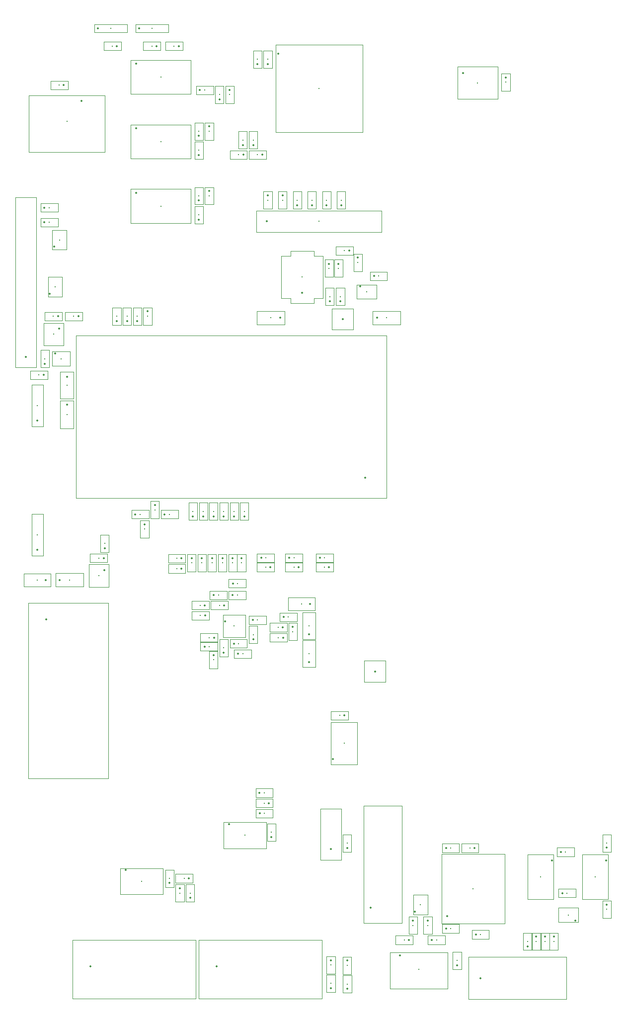
<source format=gbr>
%TF.GenerationSoftware,KiCad,Pcbnew,7.0.6*%
%TF.CreationDate,2023-12-09T00:20:43+01:00*%
%TF.ProjectId,MecProInverter,4d656350-726f-4496-9e76-65727465722e,rev?*%
%TF.SameCoordinates,Original*%
%TF.FileFunction,Component,L1,Top*%
%TF.FilePolarity,Positive*%
%FSLAX46Y46*%
G04 Gerber Fmt 4.6, Leading zero omitted, Abs format (unit mm)*
G04 Created by KiCad (PCBNEW 7.0.6) date 2023-12-09 00:20:43*
%MOMM*%
%LPD*%
G01*
G04 APERTURE LIST*
%TA.AperFunction,ComponentMain*%
%ADD10C,0.300000*%
%TD*%
%TA.AperFunction,ComponentOutline,Courtyard*%
%ADD11C,0.100000*%
%TD*%
%TA.AperFunction,ComponentPin*%
%ADD12P,0.360000X4X0.000000*%
%TD*%
%TA.AperFunction,ComponentPin*%
%ADD13C,0.000000*%
%TD*%
%TA.AperFunction,ComponentOutline,Footprint*%
%ADD14C,0.100000*%
%TD*%
G04 APERTURE END LIST*
D10*
%TO.C,"C49"*%
%TO.CFtp,"C_0603_1608Metric"*%
%TO.CVal,"100nF"*%
%TO.CLbN,"Capacitor_SMD"*%
%TO.CMnt,SMD*%
%TO.CRot,-90*%
X195000000Y-205750000D03*
D11*
X195729999Y-204270001D02*
X195729999Y-207229999D01*
X194270001Y-207229999D01*
X194270001Y-204270001D01*
X195729999Y-204270001D01*
D12*
%TO.P,"C49","1"*%
X195000000Y-204975000D03*
D13*
%TO.P,"C49","2"*%
X195000000Y-206525000D03*
%TD*%
D10*
%TO.C,"D3V3"*%
%TO.CFtp,"LED_0603_1608Metric"*%
%TO.CVal,"LED_3.3V"*%
%TO.CLbN,"LED_SMD"*%
%TO.CMnt,SMD*%
%TO.CRot,90*%
X150800000Y-218500000D03*
D11*
X151529999Y-217020001D02*
X151529999Y-219979999D01*
X150070001Y-219979999D01*
X150070001Y-217020001D01*
X151529999Y-217020001D01*
D12*
%TO.P,"D3V3","1","K"*%
X150800000Y-219287500D03*
D13*
%TO.P,"D3V3","2","A"*%
X150800000Y-217712500D03*
%TD*%
D10*
%TO.C,"C23"*%
%TO.CFtp,"C_0603_1608Metric"*%
%TO.CVal,"100nF"*%
%TO.CLbN,"Capacitor_SMD"*%
%TO.CMnt,SMD*%
%TO.CRot,90*%
X137250000Y-61000000D03*
D11*
X137979999Y-59520001D02*
X137979999Y-62479999D01*
X136520001Y-62479999D01*
X136520001Y-59520001D01*
X137979999Y-59520001D01*
D12*
%TO.P,"C23","1"*%
X137250000Y-61775000D03*
D13*
%TO.P,"C23","2"*%
X137250000Y-60225000D03*
%TD*%
D10*
%TO.C,"R19"*%
%TO.CFtp,"R_0603_1608Metric"*%
%TO.CVal,"10k"*%
%TO.CLbN,"Resistor_SMD"*%
%TO.CMnt,SMD*%
%TO.CRot,180*%
X100675000Y-104750000D03*
D11*
X102154999Y-104020001D02*
X102154999Y-105479999D01*
X99195001Y-105479999D01*
X99195001Y-104020001D01*
X102154999Y-104020001D01*
D12*
%TO.P,"R19","1"*%
X101500000Y-104750000D03*
D13*
%TO.P,"R19","2"*%
X99850000Y-104750000D03*
%TD*%
D10*
%TO.C,"D8"*%
%TO.CFtp,"D_0603_1608Metric"*%
%TO.CVal,"D"*%
%TO.CLbN,"Diode_SMD"*%
%TO.CMnt,SMD*%
%TO.CRot,-90*%
X128000000Y-163250000D03*
D11*
X128729999Y-161770001D02*
X128729999Y-164729999D01*
X127270001Y-164729999D01*
X127270001Y-161770001D01*
X128729999Y-161770001D01*
D12*
%TO.P,"D8","1","K"*%
X128000000Y-162462500D03*
D13*
%TO.P,"D8","2","A"*%
X128000000Y-164037500D03*
%TD*%
D10*
%TO.C,"C35"*%
%TO.CFtp,"C_0603_1608Metric"*%
%TO.CVal,"100nF"*%
%TO.CLbN,"Capacitor_SMD"*%
%TO.CMnt,SMD*%
%TO.CRot,0*%
X168402000Y-195326000D03*
D11*
X169881999Y-194596001D02*
X169881999Y-196055999D01*
X166922001Y-196055999D01*
X166922001Y-194596001D01*
X169881999Y-194596001D01*
D12*
%TO.P,"C35","1"*%
X167627000Y-195326000D03*
D13*
%TO.P,"C35","2"*%
X169177000Y-195326000D03*
%TD*%
D10*
%TO.C,"C25"*%
%TO.CFtp,"C_0603_1608Metric"*%
%TO.CVal,"22uF"*%
%TO.CLbN,"Capacitor_SMD"*%
%TO.CMnt,SMD*%
%TO.CRot,-90*%
X147700000Y-96600000D03*
D11*
X148429999Y-95120001D02*
X148429999Y-98079999D01*
X146970001Y-98079999D01*
X146970001Y-95120001D01*
X148429999Y-95120001D01*
D12*
%TO.P,"C25","1"*%
X147700000Y-95825000D03*
D13*
%TO.P,"C25","2"*%
X147700000Y-97375000D03*
%TD*%
D10*
%TO.C,"C22"*%
%TO.CFtp,"C_0603_1608Metric"*%
%TO.CVal,"10uF"*%
%TO.CLbN,"Capacitor_SMD"*%
%TO.CMnt,SMD*%
%TO.CRot,90*%
X149600000Y-101400000D03*
D11*
X150329999Y-99920001D02*
X150329999Y-102879999D01*
X148870001Y-102879999D01*
X148870001Y-99920001D01*
X150329999Y-99920001D01*
D12*
%TO.P,"C22","1"*%
X149600000Y-102175000D03*
D13*
%TO.P,"C22","2"*%
X149600000Y-100625000D03*
%TD*%
D10*
%TO.C,"R57"*%
%TO.CFtp,"R_0603_1608Metric"*%
%TO.CVal,"10k"*%
%TO.CLbN,"Resistor_SMD"*%
%TO.CMnt,SMD*%
%TO.CRot,90*%
X99250000Y-112000000D03*
D11*
X99979999Y-110520001D02*
X99979999Y-113479999D01*
X98520001Y-113479999D01*
X98520001Y-110520001D01*
X99979999Y-110520001D01*
D12*
%TO.P,"R57","1"*%
X99250000Y-112825000D03*
D13*
%TO.P,"R57","2"*%
X99250000Y-111175000D03*
%TD*%
D10*
%TO.C,"D9"*%
%TO.CFtp,"D_0603_1608Metric"*%
%TO.CVal,"D"*%
%TO.CLbN,"Diode_SMD"*%
%TO.CMnt,SMD*%
%TO.CRot,0*%
X136652000Y-189428000D03*
D11*
X138131999Y-188698001D02*
X138131999Y-190157999D01*
X135172001Y-190157999D01*
X135172001Y-188698001D01*
X138131999Y-188698001D01*
D12*
%TO.P,"D9","1","K"*%
X135864500Y-189428000D03*
D13*
%TO.P,"D9","2","A"*%
X137439500Y-189428000D03*
%TD*%
D10*
%TO.C,"C18"*%
%TO.CFtp,"C_0603_1608Metric"*%
%TO.CVal,"4.7uF"*%
%TO.CLbN,"Capacitor_SMD"*%
%TO.CMnt,SMD*%
%TO.CRot,180*%
X136900000Y-147500000D03*
D11*
X138379999Y-146770001D02*
X138379999Y-148229999D01*
X135420001Y-148229999D01*
X135420001Y-146770001D01*
X138379999Y-146770001D01*
D12*
%TO.P,"C18","1"*%
X137675000Y-147500000D03*
D13*
%TO.P,"C18","2"*%
X136125000Y-147500000D03*
%TD*%
D10*
%TO.C,"R29"*%
%TO.CFtp,"R_0603_1608Metric"*%
%TO.CVal,"121"*%
%TO.CLbN,"Resistor_SMD"*%
%TO.CMnt,SMD*%
%TO.CRot,90*%
X111500000Y-104750000D03*
D11*
X112229999Y-103270001D02*
X112229999Y-106229999D01*
X110770001Y-106229999D01*
X110770001Y-103270001D01*
X112229999Y-103270001D01*
D12*
%TO.P,"R29","1"*%
X111500000Y-105575000D03*
D13*
%TO.P,"R29","2"*%
X111500000Y-103925000D03*
%TD*%
D10*
%TO.C,"Fan1"*%
%TO.CFtp,"CONN-TH_3P-P2.54_22-23-2031"*%
%TO.CVal,"0022232031"*%
%TO.CLbN,"footprint"*%
%TO.CMnt,TH*%
%TO.CRot,90*%
X98000000Y-120000000D03*
D14*
X97000000Y-123540005D02*
X99000000Y-123540005D01*
X99000000Y-116459995D01*
X97000000Y-116459995D01*
X97000000Y-123540005D01*
D12*
%TO.P,"Fan1","1"*%
X98000000Y-122540005D03*
D13*
%TO.P,"Fan1","2"*%
X98000000Y-120000000D03*
%TO.P,"Fan1","3"*%
X98000000Y-117459995D03*
%TD*%
D10*
%TO.C,"U12"*%
%TO.CFtp,"Converter_DCDC_TRACO_TEA1HI-xxxx_THT"*%
%TO.CVal,"TEA1-0505HI"*%
%TO.CLbN,"Converter_DCDC"*%
%TO.CMnt,TH*%
%TO.CRot,180*%
X154750000Y-205500000D03*
D11*
X160099999Y-188150001D02*
X160099999Y-208149999D01*
X153600001Y-208149999D01*
X153600001Y-188150001D01*
X160099999Y-188150001D01*
D12*
%TO.P,"U12","1","+Vin"*%
X154750000Y-205500000D03*
D13*
%TO.P,"U12","2","-Vin"*%
X154750000Y-202960000D03*
%TO.P,"U12","5","-Vout"*%
X154750000Y-195340000D03*
%TO.P,"U12","7","+Vout"*%
X154750000Y-190260000D03*
%TD*%
D10*
%TO.C,"R26"*%
%TO.CFtp,"R_0603_1608Metric"*%
%TO.CVal,"121"*%
%TO.CLbN,"Resistor_SMD"*%
%TO.CMnt,SMD*%
%TO.CRot,-90*%
X137250000Y-85000000D03*
D11*
X137979999Y-83520001D02*
X137979999Y-86479999D01*
X136520001Y-86479999D01*
X136520001Y-83520001D01*
X137979999Y-83520001D01*
D12*
%TO.P,"R26","1"*%
X137250000Y-84175000D03*
D13*
%TO.P,"R26","2"*%
X137250000Y-85825000D03*
%TD*%
D10*
%TO.C,"U20"*%
%TO.CFtp,"SOT-23-6_L2.9-W1.6-P0.95-LS2.8-BL"*%
%TO.CVal,"PSRV05-4MR6T1G"*%
%TO.CLbN,"footprint"*%
%TO.CMnt,TH*%
%TO.CRot,0*%
X101000000Y-99750000D03*
D14*
X99784036Y-98064898D02*
X99784036Y-101435102D01*
X102215964Y-101435102D01*
X102215964Y-98064898D01*
X99784036Y-98064898D01*
D12*
%TO.P,"U20","1","1"*%
X100050038Y-100899098D03*
D13*
%TO.P,"U20","2","2"*%
X101000000Y-100899098D03*
%TO.P,"U20","3","3"*%
X101949962Y-100899098D03*
%TO.P,"U20","4","4"*%
X101949962Y-98600902D03*
%TO.P,"U20","5","5"*%
X101000000Y-98600902D03*
%TO.P,"U20","6","6"*%
X100050038Y-98600902D03*
%TD*%
D10*
%TO.C,"C11"*%
%TO.CFtp,"C_0603_1608Metric"*%
%TO.CVal,"10nF"*%
%TO.CLbN,"Capacitor_SMD"*%
%TO.CMnt,SMD*%
%TO.CRot,-90*%
X129500000Y-146775000D03*
D11*
X130229999Y-145295001D02*
X130229999Y-148254999D01*
X128770001Y-148254999D01*
X128770001Y-145295001D01*
X130229999Y-145295001D01*
D12*
%TO.P,"C11","1"*%
X129500000Y-146000000D03*
D13*
%TO.P,"C11","2"*%
X129500000Y-147550000D03*
%TD*%
D10*
%TO.C,"C5"*%
%TO.CFtp,"C_0603_1608Metric"*%
%TO.CVal,"100nF"*%
%TO.CLbN,"Capacitor_SMD"*%
%TO.CMnt,SMD*%
%TO.CRot,-90*%
X177800000Y-64900000D03*
D11*
X178529999Y-63420001D02*
X178529999Y-66379999D01*
X177070001Y-66379999D01*
X177070001Y-63420001D01*
X178529999Y-63420001D01*
D12*
%TO.P,"C5","1"*%
X177800000Y-64125000D03*
D13*
%TO.P,"C5","2"*%
X177800000Y-65675000D03*
%TD*%
D10*
%TO.C,"R23"*%
%TO.CFtp,"R_0603_1608Metric"*%
%TO.CVal,"10k"*%
%TO.CLbN,"Resistor_SMD"*%
%TO.CMnt,SMD*%
%TO.CRot,180*%
X121250000Y-58750000D03*
D11*
X122729999Y-58020001D02*
X122729999Y-59479999D01*
X119770001Y-59479999D01*
X119770001Y-58020001D01*
X122729999Y-58020001D01*
D12*
%TO.P,"R23","1"*%
X122075000Y-58750000D03*
D13*
%TO.P,"R23","2"*%
X120425000Y-58750000D03*
%TD*%
D10*
%TO.C,"SW2"*%
%TO.CFtp,"KEY-SMD_4P-L6.1-W6.1-P4.50-LS9.0"*%
%TO.CVal,"PTS645SM95SMTR92LFS"*%
%TO.CLbN,"footprint"*%
%TO.CMnt,TH*%
%TO.CRot,0*%
X119000000Y-75000000D03*
D14*
X113849924Y-72099987D02*
X113849924Y-77899860D01*
X124149975Y-77899860D01*
X124149975Y-72099987D01*
X113849924Y-72099987D01*
D12*
%TO.P,"SW2","1","1"*%
X114799924Y-72749987D03*
D13*
%TO.P,"SW2","2","2"*%
X123199975Y-72749987D03*
%TO.P,"SW2","3","3"*%
X114799924Y-77249860D03*
%TO.P,"SW2","4","4"*%
X123199975Y-77249860D03*
%TD*%
D10*
%TO.C,"R64"*%
%TO.CFtp,"R_1206_3216Metric"*%
%TO.CVal,"33k"*%
%TO.CLbN,"Resistor_SMD"*%
%TO.CMnt,SMD*%
%TO.CRot,180*%
X143000000Y-153750000D03*
D11*
X145279999Y-152630001D02*
X145279999Y-154869999D01*
X140720001Y-154869999D01*
X140720001Y-152630001D01*
X145279999Y-152630001D01*
D12*
%TO.P,"R64","1"*%
X144462500Y-153750000D03*
D13*
%TO.P,"R64","2"*%
X141537500Y-153750000D03*
%TD*%
D10*
%TO.C,"U14"*%
%TO.CFtp,"SOT-23-6_L2.9-W1.6-P0.95-LS2.8-BL"*%
%TO.CVal,"PSRV05-4MR6T1G"*%
%TO.CLbN,"footprint"*%
%TO.CMnt,TH*%
%TO.CRot,0*%
X163250000Y-205000000D03*
D14*
X162034036Y-203314898D02*
X162034036Y-206685102D01*
X164465964Y-206685102D01*
X164465964Y-203314898D01*
X162034036Y-203314898D01*
D12*
%TO.P,"U14","1","1"*%
X162300038Y-206149098D03*
D13*
%TO.P,"U14","2","2"*%
X163250000Y-206149098D03*
%TO.P,"U14","3","3"*%
X164199962Y-206149098D03*
%TO.P,"U14","4","4"*%
X164199962Y-203850902D03*
%TO.P,"U14","5","5"*%
X163250000Y-203850902D03*
%TO.P,"U14","6","6"*%
X162300038Y-203850902D03*
%TD*%
D10*
%TO.C,"R54"*%
%TO.CFtp,"R_0603_1608Metric"*%
%TO.CVal,"0"*%
%TO.CLbN,"Resistor_SMD"*%
%TO.CMnt,SMD*%
%TO.CRot,90*%
X144750000Y-85000000D03*
D11*
X145479999Y-83520001D02*
X145479999Y-86479999D01*
X144020001Y-86479999D01*
X144020001Y-83520001D01*
X145479999Y-83520001D01*
D12*
%TO.P,"R54","1"*%
X144750000Y-85825000D03*
D13*
%TO.P,"R54","2"*%
X144750000Y-84175000D03*
%TD*%
D10*
%TO.C,"R4"*%
%TO.CFtp,"R_0603_1608Metric"*%
%TO.CVal,"121"*%
%TO.CLbN,"Resistor_SMD"*%
%TO.CMnt,SMD*%
%TO.CRot,90*%
X133000000Y-74750000D03*
D11*
X133729999Y-73270001D02*
X133729999Y-76229999D01*
X132270001Y-76229999D01*
X132270001Y-73270001D01*
X133729999Y-73270001D01*
D12*
%TO.P,"R4","1"*%
X133000000Y-75575000D03*
D13*
%TO.P,"R4","2"*%
X133000000Y-73925000D03*
%TD*%
D10*
%TO.C,"J7"*%
%TO.CFtp,"PinHeader_1x11_P2.54mm_Vertical"*%
%TO.CVal,"Test"*%
%TO.CLbN,"Connector_PinHeader_2.54mm"*%
%TO.CMnt,TH*%
%TO.CRot,180*%
X96000000Y-111700000D03*
D11*
X97799999Y-84500001D02*
X97799999Y-113499999D01*
X94200001Y-113499999D01*
X94200001Y-84500001D01*
X97799999Y-84500001D01*
D12*
%TO.P,"J7","1","Pin_1"*%
X96000000Y-111700000D03*
D13*
%TO.P,"J7","2","Pin_2"*%
X96000000Y-109160000D03*
%TO.P,"J7","3","Pin_3"*%
X96000000Y-106620000D03*
%TO.P,"J7","4","Pin_4"*%
X96000000Y-104080000D03*
%TO.P,"J7","5","Pin_5"*%
X96000000Y-101540000D03*
%TO.P,"J7","6","Pin_6"*%
X96000000Y-99000000D03*
%TO.P,"J7","7","Pin_7"*%
X96000000Y-96460000D03*
%TO.P,"J7","8","Pin_8"*%
X96000000Y-93920000D03*
%TO.P,"J7","9","Pin_9"*%
X96000000Y-91380000D03*
%TO.P,"J7","10","Pin_10"*%
X96000000Y-88840000D03*
%TO.P,"J7","11","Pin_11"*%
X96000000Y-86300000D03*
%TD*%
D10*
%TO.C,"C54"*%
%TO.CFtp,"C_0603_1608Metric"*%
%TO.CVal,"100nF"*%
%TO.CLbN,"Capacitor_SMD"*%
%TO.CMnt,SMD*%
%TO.CRot,0*%
X132075000Y-150250000D03*
D11*
X133554999Y-149520001D02*
X133554999Y-150979999D01*
X130595001Y-150979999D01*
X130595001Y-149520001D01*
X133554999Y-149520001D01*
D12*
%TO.P,"C54","1"*%
X131300000Y-150250000D03*
D13*
%TO.P,"C54","2"*%
X132850000Y-150250000D03*
%TD*%
D10*
%TO.C,"R63"*%
%TO.CFtp,"R_1206_3216Metric"*%
%TO.CVal,"33k"*%
%TO.CLbN,"Resistor_SMD"*%
%TO.CMnt,SMD*%
%TO.CRot,90*%
X144250000Y-162212500D03*
D11*
X145369999Y-159932501D02*
X145369999Y-164492499D01*
X143130001Y-164492499D01*
X143130001Y-159932501D01*
X145369999Y-159932501D01*
D12*
%TO.P,"R63","1"*%
X144250000Y-163675000D03*
D13*
%TO.P,"R63","2"*%
X144250000Y-160750000D03*
%TD*%
D10*
%TO.C,"C45"*%
%TO.CFtp,"C_0603_1608Metric"*%
%TO.CVal,"100nF"*%
%TO.CLbN,"Capacitor_SMD"*%
%TO.CMnt,SMD*%
%TO.CRot,90*%
X120500000Y-200500000D03*
D11*
X121229999Y-199020001D02*
X121229999Y-201979999D01*
X119770001Y-201979999D01*
X119770001Y-199020001D01*
X121229999Y-199020001D01*
D12*
%TO.P,"C45","1"*%
X120500000Y-201275000D03*
D13*
%TO.P,"C45","2"*%
X120500000Y-199725000D03*
%TD*%
D10*
%TO.C,"Q1"*%
%TO.CFtp,"SOT-23"*%
%TO.CVal,"DMN3404L"*%
%TO.CLbN,"Package_TO_SOT_SMD"*%
%TO.CMnt,SMD*%
%TO.CRot,-90*%
X108450000Y-148937500D03*
D11*
X110149999Y-147017501D02*
X110149999Y-150857499D01*
X106750001Y-150857499D01*
X106750001Y-147017501D01*
X110149999Y-147017501D01*
D12*
%TO.P,"Q1","1","G"*%
X109400000Y-148000000D03*
D13*
%TO.P,"Q1","2","S"*%
X107500000Y-148000000D03*
%TO.P,"Q1","3","D"*%
X108450000Y-149875000D03*
%TD*%
D10*
%TO.C,"C30"*%
%TO.CFtp,"C_0603_1608Metric"*%
%TO.CVal,"1uF"*%
%TO.CLbN,"Capacitor_SMD"*%
%TO.CMnt,SMD*%
%TO.CRot,90*%
X125500000Y-84250000D03*
D11*
X126229999Y-82770001D02*
X126229999Y-85729999D01*
X124770001Y-85729999D01*
X124770001Y-82770001D01*
X126229999Y-82770001D01*
D12*
%TO.P,"C30","1"*%
X125500000Y-85025000D03*
D13*
%TO.P,"C30","2"*%
X125500000Y-83475000D03*
%TD*%
D10*
%TO.C,"R62"*%
%TO.CFtp,"R_0603_1608Metric"*%
%TO.CVal,"10k"*%
%TO.CLbN,"Resistor_SMD"*%
%TO.CMnt,SMD*%
%TO.CRot,180*%
X125750000Y-155750000D03*
D11*
X127229999Y-155020001D02*
X127229999Y-156479999D01*
X124270001Y-156479999D01*
X124270001Y-155020001D01*
X127229999Y-155020001D01*
D12*
%TO.P,"R62","1"*%
X126575000Y-155750000D03*
D13*
%TO.P,"R62","2"*%
X124925000Y-155750000D03*
%TD*%
D10*
%TO.C,"C56"*%
%TO.CFtp,"C_0603_1608Metric"*%
%TO.CVal,"100nF"*%
%TO.CLbN,"Capacitor_SMD"*%
%TO.CMnt,SMD*%
%TO.CRot,0*%
X127250000Y-161000000D03*
D11*
X128729999Y-160270001D02*
X128729999Y-161729999D01*
X125770001Y-161729999D01*
X125770001Y-160270001D01*
X128729999Y-160270001D01*
D12*
%TO.P,"C56","1"*%
X126475000Y-161000000D03*
D13*
%TO.P,"C56","2"*%
X128025000Y-161000000D03*
%TD*%
D10*
%TO.C,"D3"*%
%TO.CFtp,"LED_WS2812B_PLCC4_5.0x5.0mm_P3.2mm"*%
%TO.CVal,"WS2812B"*%
%TO.CLbN,"LED_SMD"*%
%TO.CMnt,SMD*%
%TO.CRot,0*%
X173000000Y-65000000D03*
D11*
X176449999Y-62250001D02*
X176449999Y-67749999D01*
X169550001Y-67749999D01*
X169550001Y-62250001D01*
X176449999Y-62250001D01*
D12*
%TO.P,"D3","1","VDD"*%
X170550000Y-63350000D03*
D13*
%TO.P,"D3","2","DOUT"*%
X170550000Y-66650000D03*
%TO.P,"D3","3","VSS"*%
X175450000Y-66650000D03*
%TO.P,"D3","4","DIN"*%
X175450000Y-63350000D03*
%TD*%
D10*
%TO.C,"R49"*%
%TO.CFtp,"R_0603_1608Metric"*%
%TO.CVal,"180"*%
%TO.CLbN,"Resistor_SMD"*%
%TO.CMnt,SMD*%
%TO.CRot,90*%
X181500000Y-211250000D03*
D11*
X182229999Y-209770001D02*
X182229999Y-212729999D01*
X180770001Y-212729999D01*
X180770001Y-209770001D01*
X182229999Y-209770001D01*
D12*
%TO.P,"R49","1"*%
X181500000Y-212075000D03*
D13*
%TO.P,"R49","2"*%
X181500000Y-210425000D03*
%TD*%
D10*
%TO.C,"R50"*%
%TO.CFtp,"R_0603_1608Metric"*%
%TO.CVal,"180"*%
%TO.CLbN,"Resistor_SMD"*%
%TO.CMnt,SMD*%
%TO.CRot,-90*%
X183000000Y-211250000D03*
D11*
X183729999Y-209770001D02*
X183729999Y-212729999D01*
X182270001Y-212729999D01*
X182270001Y-209770001D01*
X183729999Y-209770001D01*
D12*
%TO.P,"R50","1"*%
X183000000Y-210425000D03*
D13*
%TO.P,"R50","2"*%
X183000000Y-212075000D03*
%TD*%
D10*
%TO.C,"R31"*%
%TO.CFtp,"R_1206_3216Metric"*%
%TO.CVal,"0"*%
%TO.CLbN,"Resistor_SMD"*%
%TO.CMnt,SMD*%
%TO.CRot,-90*%
X103000000Y-116500000D03*
D11*
X104119999Y-114220001D02*
X104119999Y-118779999D01*
X101880001Y-118779999D01*
X101880001Y-114220001D01*
X104119999Y-114220001D01*
D12*
%TO.P,"R31","1"*%
X103000000Y-115037500D03*
D13*
%TO.P,"R31","2"*%
X103000000Y-117962500D03*
%TD*%
D10*
%TO.C,"K2"*%
%TO.CFtp,"Relay_SPDT_Schrack-RT1-16A-FormC_RM5mm"*%
%TO.CVal,"RT314A12"*%
%TO.CLbN,"Relay_THT"*%
%TO.CMnt,TH*%
%TO.CRot,-90*%
X99500000Y-156350000D03*
D11*
X110049999Y-153550001D02*
X110049999Y-183449999D01*
X96450001Y-183449999D01*
X96450001Y-153550001D01*
X110049999Y-153550001D01*
D12*
%TO.P,"K2","A1"*%
X99500000Y-156350000D03*
D13*
%TO.P,"K2","11"*%
X107000000Y-176650000D03*
X99500000Y-176650000D03*
%TO.P,"K2","12"*%
X107000000Y-171610000D03*
X99500000Y-171610000D03*
%TO.P,"K2","14"*%
X107000000Y-181690000D03*
X99500000Y-181690000D03*
%TO.P,"K2","A2"*%
X107000000Y-156350000D03*
%TD*%
D10*
%TO.C,"Fan2"*%
%TO.CFtp,"CONN-TH_3P-P2.54_22-23-2031"*%
%TO.CVal,"0022232031"*%
%TO.CLbN,"footprint"*%
%TO.CMnt,TH*%
%TO.CRot,90*%
X98000000Y-142000000D03*
D14*
X97000000Y-145540005D02*
X99000000Y-145540005D01*
X99000000Y-138459995D01*
X97000000Y-138459995D01*
X97000000Y-145540005D01*
D12*
%TO.P,"Fan2","1"*%
X98000000Y-144540005D03*
D13*
%TO.P,"Fan2","2"*%
X98000000Y-142000000D03*
%TO.P,"Fan2","3"*%
X98000000Y-139459995D03*
%TD*%
D10*
%TO.C,"R14"*%
%TO.CFtp,"R_0603_1608Metric"*%
%TO.CVal,"820"*%
%TO.CLbN,"Resistor_SMD"*%
%TO.CMnt,SMD*%
%TO.CRot,-90*%
X148000000Y-215250000D03*
D11*
X148729999Y-213770001D02*
X148729999Y-216729999D01*
X147270001Y-216729999D01*
X147270001Y-213770001D01*
X148729999Y-213770001D01*
D12*
%TO.P,"R14","1"*%
X148000000Y-214425000D03*
D13*
%TO.P,"R14","2"*%
X148000000Y-216075000D03*
%TD*%
D10*
%TO.C,"U18"*%
%TO.CFtp,"SOT-23-3_L2.9-W1.3-P1.90-LS2.3-BR"*%
%TO.CVal,"PMV100EPAR"*%
%TO.CLbN,"footprint"*%
%TO.CMnt,TH*%
%TO.CRot,180*%
X102000000Y-112000000D03*
D14*
X103525222Y-113215964D02*
X103525222Y-110784036D01*
X100474778Y-110784036D01*
X100474778Y-113215964D01*
X103525222Y-113215964D01*
D12*
%TO.P,"U18","1","G"*%
X101009779Y-111050038D03*
D13*
%TO.P,"U18","2","S"*%
X101009779Y-112949962D03*
%TO.P,"U18","3","D"*%
X102990221Y-112000000D03*
%TD*%
D10*
%TO.C,"D6"*%
%TO.CFtp,"D_SOD-123"*%
%TO.CVal,"D"*%
%TO.CLbN,"Diode_SMD"*%
%TO.CMnt,SMD*%
%TO.CRot,180*%
X137750000Y-105000000D03*
D11*
X140099999Y-103850001D02*
X140099999Y-106149999D01*
X135400001Y-106149999D01*
X135400001Y-103850001D01*
X140099999Y-103850001D01*
D12*
%TO.P,"D6","1","K"*%
X139400000Y-105000000D03*
D13*
%TO.P,"D6","2","A"*%
X136100000Y-105000000D03*
%TD*%
D10*
%TO.C,"R66"*%
%TO.CFtp,"R_0603_1608Metric"*%
%TO.CVal,"5.1k"*%
%TO.CLbN,"Resistor_SMD"*%
%TO.CMnt,SMD*%
%TO.CRot,0*%
X166000000Y-211000000D03*
D11*
X167479999Y-210270001D02*
X167479999Y-211729999D01*
X164520001Y-211729999D01*
X164520001Y-210270001D01*
X167479999Y-210270001D01*
D12*
%TO.P,"R66","1"*%
X165175000Y-211000000D03*
D13*
%TO.P,"R66","2"*%
X166825000Y-211000000D03*
%TD*%
D10*
%TO.C,"SW1"*%
%TO.CFtp,"KEY-SMD_4P-L6.1-W6.1-P4.50-LS9.0"*%
%TO.CVal,"PTS645SM95SMTR92LFS"*%
%TO.CLbN,"footprint"*%
%TO.CMnt,TH*%
%TO.CRot,0*%
X119000000Y-64000000D03*
D14*
X113849924Y-61099987D02*
X113849924Y-66899860D01*
X124149975Y-66899860D01*
X124149975Y-61099987D01*
X113849924Y-61099987D01*
D12*
%TO.P,"SW1","1","1"*%
X114799924Y-61749987D03*
D13*
%TO.P,"SW1","2","2"*%
X123199975Y-61749987D03*
%TO.P,"SW1","3","3"*%
X114799924Y-66249860D03*
%TO.P,"SW1","4","4"*%
X123199975Y-66249860D03*
%TD*%
D10*
%TO.C,"R8"*%
%TO.CFtp,"R_0603_1608Metric"*%
%TO.CVal,"165"*%
%TO.CLbN,"Resistor_SMD"*%
%TO.CMnt,SMD*%
%TO.CRot,90*%
X128000000Y-138000000D03*
D11*
X128729999Y-136520001D02*
X128729999Y-139479999D01*
X127270001Y-139479999D01*
X127270001Y-136520001D01*
X128729999Y-136520001D01*
D12*
%TO.P,"R8","1"*%
X128000000Y-138825000D03*
D13*
%TO.P,"R8","2"*%
X128000000Y-137175000D03*
%TD*%
D10*
%TO.C,"J4"*%
%TO.CFtp,"TerminalBlock_Phoenix_PT-1\u002C5-4-5.0-H_1x04_P5.00mm_Horizontal"*%
%TO.CVal,"Motor"*%
%TO.CLbN,"TerminalBlock_Phoenix"*%
%TO.CMnt,TH*%
%TO.CRot,0*%
X128500000Y-215500000D03*
D11*
X146499999Y-211000001D02*
X146499999Y-220999999D01*
X125500001Y-220999999D01*
X125500001Y-211000001D01*
X146499999Y-211000001D01*
D12*
%TO.P,"J4","1","Pin_1"*%
X128500000Y-215500000D03*
D13*
%TO.P,"J4","2","Pin_2"*%
X133500000Y-215500000D03*
%TO.P,"J4","3","Pin_3"*%
X138500000Y-215500000D03*
%TO.P,"J4","4","Pin_4"*%
X143500000Y-215500000D03*
%TD*%
D10*
%TO.C,"R11"*%
%TO.CFtp,"R_0603_1608Metric"*%
%TO.CVal,"33.2k"*%
%TO.CLbN,"Resistor_SMD"*%
%TO.CMnt,SMD*%
%TO.CRot,180*%
X150300000Y-93600000D03*
D11*
X151779999Y-92870001D02*
X151779999Y-94329999D01*
X148820001Y-94329999D01*
X148820001Y-92870001D01*
X151779999Y-92870001D01*
D12*
%TO.P,"R11","1"*%
X151125000Y-93600000D03*
D13*
%TO.P,"R11","2"*%
X149475000Y-93600000D03*
%TD*%
D10*
%TO.C,"C41"*%
%TO.CFtp,"C_0603_1608Metric"*%
%TO.CVal,"100nF"*%
%TO.CLbN,"Capacitor_SMD"*%
%TO.CMnt,SMD*%
%TO.CRot,180*%
X136652000Y-187678000D03*
D11*
X138131999Y-186948001D02*
X138131999Y-188407999D01*
X135172001Y-188407999D01*
X135172001Y-186948001D01*
X138131999Y-186948001D01*
D12*
%TO.P,"C41","1"*%
X137427000Y-187678000D03*
D13*
%TO.P,"C41","2"*%
X135877000Y-187678000D03*
%TD*%
D10*
%TO.C,"D4"*%
%TO.CFtp,"D_SOD-123"*%
%TO.CVal,"D"*%
%TO.CLbN,"Diode_SMD"*%
%TO.CMnt,SMD*%
%TO.CRot,0*%
X103450000Y-149687500D03*
D11*
X105799999Y-148537501D02*
X105799999Y-150837499D01*
X101100001Y-150837499D01*
X101100001Y-148537501D01*
X105799999Y-148537501D01*
D12*
%TO.P,"D4","1","K"*%
X101800000Y-149687500D03*
D13*
%TO.P,"D4","2","A"*%
X105100000Y-149687500D03*
%TD*%
D10*
%TO.C,"R51"*%
%TO.CFtp,"R_0603_1608Metric"*%
%TO.CVal,"180"*%
%TO.CLbN,"Resistor_SMD"*%
%TO.CMnt,SMD*%
%TO.CRot,-90*%
X184500000Y-211250000D03*
D11*
X185229999Y-209770001D02*
X185229999Y-212729999D01*
X183770001Y-212729999D01*
X183770001Y-209770001D01*
X185229999Y-209770001D01*
D12*
%TO.P,"R51","1"*%
X184500000Y-210425000D03*
D13*
%TO.P,"R51","2"*%
X184500000Y-212075000D03*
%TD*%
D10*
%TO.C,"C38"*%
%TO.CFtp,"C_0603_1608Metric"*%
%TO.CVal,"220nF"*%
%TO.CLbN,"Capacitor_SMD"*%
%TO.CMnt,SMD*%
%TO.CRot,90*%
X134750000Y-158975000D03*
D11*
X135479999Y-157495001D02*
X135479999Y-160454999D01*
X134020001Y-160454999D01*
X134020001Y-157495001D01*
X135479999Y-157495001D01*
D12*
%TO.P,"C38","1"*%
X134750000Y-159750000D03*
D13*
%TO.P,"C38","2"*%
X134750000Y-158200000D03*
%TD*%
D10*
%TO.C,"R35"*%
%TO.CFtp,"R_0603_1608Metric"*%
%TO.CVal,"999M"*%
%TO.CLbN,"Resistor_SMD"*%
%TO.CMnt,SMD*%
%TO.CRot,0*%
X133000000Y-162250000D03*
D11*
X134479999Y-161520001D02*
X134479999Y-162979999D01*
X131520001Y-162979999D01*
X131520001Y-161520001D01*
X134479999Y-161520001D01*
D12*
%TO.P,"R35","1"*%
X132175000Y-162250000D03*
D13*
%TO.P,"R35","2"*%
X133825000Y-162250000D03*
%TD*%
D10*
%TO.C,"C43"*%
%TO.CFtp,"C_0603_1608Metric"*%
%TO.CVal,"100nF"*%
%TO.CLbN,"Capacitor_SMD"*%
%TO.CMnt,SMD*%
%TO.CRot,90*%
X137850000Y-192655004D03*
D11*
X138579999Y-191175005D02*
X138579999Y-194135003D01*
X137120001Y-194135003D01*
X137120001Y-191175005D01*
X138579999Y-191175005D01*
D12*
%TO.P,"C43","1"*%
X137850000Y-193430004D03*
D13*
%TO.P,"C43","2"*%
X137850000Y-191880004D03*
%TD*%
D10*
%TO.C,"R41"*%
%TO.CFtp,"R_0603_1608Metric"*%
%TO.CVal,"4\u002C7k"*%
%TO.CLbN,"Resistor_SMD"*%
%TO.CMnt,SMD*%
%TO.CRot,0*%
X115500000Y-138500000D03*
D11*
X116979999Y-137770001D02*
X116979999Y-139229999D01*
X114020001Y-139229999D01*
X114020001Y-137770001D01*
X116979999Y-137770001D01*
D12*
%TO.P,"R41","1"*%
X114675000Y-138500000D03*
D13*
%TO.P,"R41","2"*%
X116325000Y-138500000D03*
%TD*%
D10*
%TO.C,"C24"*%
%TO.CFtp,"C_0603_1608Metric"*%
%TO.CVal,"100nF"*%
%TO.CLbN,"Capacitor_SMD"*%
%TO.CMnt,SMD*%
%TO.CRot,0*%
X156125000Y-97900000D03*
D11*
X157604999Y-97170001D02*
X157604999Y-98629999D01*
X154645001Y-98629999D01*
X154645001Y-97170001D01*
X157604999Y-97170001D01*
D12*
%TO.P,"C24","1"*%
X155350000Y-97900000D03*
D13*
%TO.P,"C24","2"*%
X156900000Y-97900000D03*
%TD*%
D10*
%TO.C,"C55"*%
%TO.CFtp,"C_0603_1608Metric"*%
%TO.CVal,"100nF"*%
%TO.CLbN,"Capacitor_SMD"*%
%TO.CMnt,SMD*%
%TO.CRot,180*%
X139025000Y-157750000D03*
D11*
X140504999Y-157020001D02*
X140504999Y-158479999D01*
X137545001Y-158479999D01*
X137545001Y-157020001D01*
X140504999Y-157020001D01*
D12*
%TO.P,"C55","1"*%
X139800000Y-157750000D03*
D13*
%TO.P,"C55","2"*%
X138250000Y-157750000D03*
%TD*%
D10*
%TO.C,"Reset"*%
%TO.CFtp,"SW-SMD_L3.9-W3.0-P4.45"*%
%TO.CVal,"SKRKAEE020"*%
%TO.CLbN,"footprint"*%
%TO.CMnt,TH*%
%TO.CRot,0*%
X117500000Y-55750000D03*
D14*
X114700090Y-55070003D02*
X114700090Y-56429997D01*
X120299910Y-56429997D01*
X120299910Y-55070003D01*
X114700090Y-55070003D01*
D12*
%TO.P,"Reset","1","1"*%
X115315088Y-55750000D03*
D13*
%TO.P,"Reset","2","2"*%
X119684912Y-55750000D03*
%TD*%
D10*
%TO.C,"U5"*%
%TO.CFtp,"SOT-23-6_L2.9-W1.6-P0.95-LS2.8-BL"*%
%TO.CVal,"TPS563201DDCR"*%
%TO.CLbN,"footprint"*%
%TO.CMnt,TH*%
%TO.CRot,-90*%
X154100000Y-100600000D03*
D14*
X155785102Y-99384036D02*
X152414898Y-99384036D01*
X152414898Y-101815964D01*
X155785102Y-101815964D01*
X155785102Y-99384036D01*
D12*
%TO.P,"U5","1","GND"*%
X152950902Y-99650038D03*
D13*
%TO.P,"U5","2","SW"*%
X152950902Y-100600000D03*
%TO.P,"U5","3","VIN"*%
X152950902Y-101549962D03*
%TO.P,"U5","4","VFB"*%
X155249098Y-101549962D03*
%TO.P,"U5","5","EN"*%
X155249098Y-100600000D03*
%TO.P,"U5","6","VBST"*%
X155249098Y-99650038D03*
%TD*%
D10*
%TO.C,"R17"*%
%TO.CFtp,"R_0603_1608Metric"*%
%TO.CVal,"100K"*%
%TO.CLbN,"Resistor_SMD"*%
%TO.CMnt,SMD*%
%TO.CRot,-90*%
X127250000Y-84250000D03*
D11*
X127979999Y-82770001D02*
X127979999Y-85729999D01*
X126520001Y-85729999D01*
X126520001Y-82770001D01*
X127979999Y-82770001D01*
D12*
%TO.P,"R17","1"*%
X127250000Y-83425000D03*
D13*
%TO.P,"R17","2"*%
X127250000Y-85075000D03*
%TD*%
D10*
%TO.C,"C31"*%
%TO.CFtp,"C_0603_1608Metric"*%
%TO.CVal,"1uF"*%
%TO.CLbN,"Capacitor_SMD"*%
%TO.CMnt,SMD*%
%TO.CRot,180*%
X110750000Y-58750000D03*
D11*
X112229999Y-58020001D02*
X112229999Y-59479999D01*
X109270001Y-59479999D01*
X109270001Y-58020001D01*
X112229999Y-58020001D01*
D12*
%TO.P,"C31","1"*%
X111525000Y-58750000D03*
D13*
%TO.P,"C31","2"*%
X109975000Y-58750000D03*
%TD*%
D10*
%TO.C,"R10"*%
%TO.CFtp,"R_0603_1608Metric"*%
%TO.CVal,"165"*%
%TO.CLbN,"Resistor_SMD"*%
%TO.CMnt,SMD*%
%TO.CRot,90*%
X124500000Y-138000000D03*
D11*
X125229999Y-136520001D02*
X125229999Y-139479999D01*
X123770001Y-139479999D01*
X123770001Y-136520001D01*
X125229999Y-136520001D01*
D12*
%TO.P,"R10","1"*%
X124500000Y-138825000D03*
D13*
%TO.P,"R10","2"*%
X124500000Y-137175000D03*
%TD*%
D10*
%TO.C,"R40"*%
%TO.CFtp,"R_0603_1608Metric"*%
%TO.CVal,"10k"*%
%TO.CLbN,"Resistor_SMD"*%
%TO.CMnt,SMD*%
%TO.CRot,0*%
X120500000Y-138500000D03*
D11*
X121979999Y-137770001D02*
X121979999Y-139229999D01*
X119020001Y-139229999D01*
X119020001Y-137770001D01*
X121979999Y-137770001D01*
D12*
%TO.P,"R40","1"*%
X119675000Y-138500000D03*
D13*
%TO.P,"R40","2"*%
X121325000Y-138500000D03*
%TD*%
D10*
%TO.C,"R58"*%
%TO.CFtp,"R_0603_1608Metric"*%
%TO.CVal,"10k"*%
%TO.CLbN,"Resistor_SMD"*%
%TO.CMnt,SMD*%
%TO.CRot,90*%
X113250000Y-104750000D03*
D11*
X113979999Y-103270001D02*
X113979999Y-106229999D01*
X112520001Y-106229999D01*
X112520001Y-103270001D01*
X113979999Y-103270001D01*
D12*
%TO.P,"R58","1"*%
X113250000Y-105575000D03*
D13*
%TO.P,"R58","2"*%
X113250000Y-103925000D03*
%TD*%
D10*
%TO.C,"R2"*%
%TO.CFtp,"R_0603_1608Metric"*%
%TO.CVal,"121"*%
%TO.CLbN,"Resistor_SMD"*%
%TO.CMnt,SMD*%
%TO.CRot,0*%
X100000000Y-86250000D03*
D11*
X101479999Y-85520001D02*
X101479999Y-86979999D01*
X98520001Y-86979999D01*
X98520001Y-85520001D01*
X101479999Y-85520001D01*
D12*
%TO.P,"R2","1"*%
X99175000Y-86250000D03*
D13*
%TO.P,"R2","2"*%
X100825000Y-86250000D03*
%TD*%
D10*
%TO.C,"D10"*%
%TO.CFtp,"D_0603_1608Metric"*%
%TO.CVal,"D"*%
%TO.CLbN,"Diode_SMD"*%
%TO.CMnt,SMD*%
%TO.CRot,180*%
X123000000Y-200500000D03*
D11*
X124479999Y-199770001D02*
X124479999Y-201229999D01*
X121520001Y-201229999D01*
X121520001Y-199770001D01*
X124479999Y-199770001D01*
D12*
%TO.P,"D10","1","K"*%
X123787500Y-200500000D03*
D13*
%TO.P,"D10","2","A"*%
X122212500Y-200500000D03*
%TD*%
D10*
%TO.C,"R27"*%
%TO.CFtp,"R_0603_1608Metric"*%
%TO.CVal,"121"*%
%TO.CLbN,"Resistor_SMD"*%
%TO.CMnt,SMD*%
%TO.CRot,-90*%
X139750000Y-85000000D03*
D11*
X140479999Y-83520001D02*
X140479999Y-86479999D01*
X139020001Y-86479999D01*
X139020001Y-83520001D01*
X140479999Y-83520001D01*
D12*
%TO.P,"R27","1"*%
X139750000Y-84175000D03*
D13*
%TO.P,"R27","2"*%
X139750000Y-85825000D03*
%TD*%
D10*
%TO.C,"J3"*%
%TO.CFtp,"TerminalBlock_Phoenix_MPT-0\u002C5-6-2.54_1x06_P2.54mm_Horizontal"*%
%TO.CVal,"ISO_Data"*%
%TO.CLbN,"TerminalBlock_Phoenix"*%
%TO.CMnt,TH*%
%TO.CRot,0*%
X173460000Y-217500000D03*
D11*
X188159999Y-213900001D02*
X188159999Y-221099999D01*
X171460001Y-221099999D01*
X171460001Y-213900001D01*
X188159999Y-213900001D01*
D12*
%TO.P,"J3","1","Pin_1"*%
X173460000Y-217500000D03*
D13*
%TO.P,"J3","2","Pin_2"*%
X176000000Y-217500000D03*
%TO.P,"J3","3","Pin_3"*%
X178540000Y-217500000D03*
%TO.P,"J3","4","Pin_4"*%
X181080000Y-217500000D03*
%TO.P,"J3","5","Pin_5"*%
X183620000Y-217500000D03*
%TO.P,"J3","6","Pin_6"*%
X186160000Y-217500000D03*
%TD*%
D10*
%TO.C,"C37"*%
%TO.CFtp,"C_0603_1608Metric"*%
%TO.CVal,"10uF"*%
%TO.CLbN,"Capacitor_SMD"*%
%TO.CMnt,SMD*%
%TO.CRot,90*%
X169500000Y-214500000D03*
D11*
X170229999Y-213020001D02*
X170229999Y-215979999D01*
X168770001Y-215979999D01*
X168770001Y-213020001D01*
X170229999Y-213020001D01*
D12*
%TO.P,"C37","1"*%
X169500000Y-215275000D03*
D13*
%TO.P,"C37","2"*%
X169500000Y-213725000D03*
%TD*%
D10*
%TO.C,"U3"*%
%TO.CFtp,"USB-C-SMD_TYPE-C-6PIN-2MD-073"*%
%TO.CVal,"TYPE-C_16PIN_2MD(073)"*%
%TO.CLbN,"footprint"*%
%TO.CMnt,TH*%
%TO.CRot,0*%
X163000000Y-216000000D03*
D14*
X158075006Y-213074968D02*
X158075006Y-219275032D01*
X167924994Y-219275032D01*
X167924994Y-213074968D01*
X158075006Y-213074968D01*
D12*
%TO.P,"U3","1","GND"*%
X159799975Y-213624968D03*
D13*
%TO.P,"U3",*%
X160110109Y-214695072D03*
X165890145Y-214695072D03*
%TO.P,"U3","2","VBUS"*%
X160600076Y-213624968D03*
%TO.P,"U3","3","SBU2"*%
X161250064Y-213624968D03*
%TO.P,"U3","4","CC1"*%
X161750191Y-213624968D03*
%TO.P,"U3","5","DN2"*%
X162250064Y-213624968D03*
%TO.P,"U3","6","DP1"*%
X162749936Y-213624968D03*
%TO.P,"U3","7","DN1"*%
X163250064Y-213624968D03*
%TO.P,"U3","8","DP2"*%
X163749936Y-213624968D03*
%TO.P,"U3","9","SBU1"*%
X164250064Y-213624968D03*
%TO.P,"U3","10","CC2"*%
X164750191Y-213624968D03*
%TO.P,"U3","11","VBUS"*%
X165400178Y-213624968D03*
%TO.P,"U3","12","GND"*%
X166200025Y-213624968D03*
%TO.P,"U3","13","SHELL"*%
X158675006Y-214174879D03*
X158675006Y-218375032D03*
%TO.P,"U3","14","SHELL"*%
X167324994Y-214174879D03*
X167324994Y-218375032D03*
%TD*%
D10*
%TO.C,"C32"*%
%TO.CFtp,"C_0603_1608Metric"*%
%TO.CVal,"1uF"*%
%TO.CLbN,"Capacitor_SMD"*%
%TO.CMnt,SMD*%
%TO.CRot,180*%
X98250000Y-114750000D03*
D11*
X99729999Y-114020001D02*
X99729999Y-115479999D01*
X96770001Y-115479999D01*
X96770001Y-114020001D01*
X99729999Y-114020001D01*
D12*
%TO.P,"C32","1"*%
X99025000Y-114750000D03*
D13*
%TO.P,"C32","2"*%
X97475000Y-114750000D03*
%TD*%
D10*
%TO.C,"U2"*%
%TO.CFtp,"SOIC-16W_7.5x10.3mm_P1.27mm"*%
%TO.CVal,"ADUM3160"*%
%TO.CLbN,"Package_SO"*%
%TO.CMnt,SMD*%
%TO.CRot,90*%
X172250000Y-202250000D03*
D11*
X177649999Y-196320001D02*
X177649999Y-208179999D01*
X166850001Y-208179999D01*
X166850001Y-196320001D01*
X177649999Y-196320001D01*
D12*
%TO.P,"U2","1","VBUS1"*%
X167805000Y-206900000D03*
D13*
%TO.P,"U2","2","GND1"*%
X169075000Y-206900000D03*
%TO.P,"U2","3","VDD1"*%
X170345000Y-206900000D03*
%TO.P,"U2","4","PDEN"*%
X171615000Y-206900000D03*
%TO.P,"U2","5","SPU"*%
X172885000Y-206900000D03*
%TO.P,"U2","6","UD-"*%
X174155000Y-206900000D03*
%TO.P,"U2","7","UD+"*%
X175425000Y-206900000D03*
%TO.P,"U2","8","GND1"*%
X176695000Y-206900000D03*
%TO.P,"U2","9","GND2"*%
X176695000Y-197600000D03*
%TO.P,"U2","10","DD+"*%
X175425000Y-197600000D03*
%TO.P,"U2","11","DD-"*%
X174155000Y-197600000D03*
%TO.P,"U2","12","PIN"*%
X172885000Y-197600000D03*
%TO.P,"U2","13","SPD"*%
X171615000Y-197600000D03*
%TO.P,"U2","14","VDD2"*%
X170345000Y-197600000D03*
%TO.P,"U2","15","GND2"*%
X169075000Y-197600000D03*
%TO.P,"U2","16","VBUS2"*%
X167805000Y-197600000D03*
%TD*%
D10*
%TO.C,"R37"*%
%TO.CFtp,"R_0603_1608Metric"*%
%TO.CVal,"24"*%
%TO.CLbN,"Resistor_SMD"*%
%TO.CMnt,SMD*%
%TO.CRot,-90*%
X162000000Y-208500000D03*
D11*
X162729999Y-207020001D02*
X162729999Y-209979999D01*
X161270001Y-209979999D01*
X161270001Y-207020001D01*
X162729999Y-207020001D01*
D12*
%TO.P,"R37","1"*%
X162000000Y-207675000D03*
D13*
%TO.P,"R37","2"*%
X162000000Y-209325000D03*
%TD*%
D10*
%TO.C,"R36"*%
%TO.CFtp,"R_0603_1608Metric"*%
%TO.CVal,"24"*%
%TO.CLbN,"Resistor_SMD"*%
%TO.CMnt,SMD*%
%TO.CRot,-90*%
X164500000Y-208500000D03*
D11*
X165229999Y-207020001D02*
X165229999Y-209979999D01*
X163770001Y-209979999D01*
X163770001Y-207020001D01*
X165229999Y-207020001D01*
D12*
%TO.P,"R36","1"*%
X164500000Y-207675000D03*
D13*
%TO.P,"R36","2"*%
X164500000Y-209325000D03*
%TD*%
D10*
%TO.C,"U15"*%
%TO.CFtp,"SOIC-8_L4.9-W3.9-P1.27-LS6.0-BL"*%
%TO.CVal,"ADUM1201ARZ-RL7"*%
%TO.CLbN,"footprint"*%
%TO.CMnt,TH*%
%TO.CRot,180*%
X183750000Y-200250000D03*
D14*
X185949010Y-204044921D02*
X185949010Y-196455079D01*
X181550990Y-196455079D01*
X181550990Y-204044921D01*
X185949010Y-204044921D01*
D12*
%TO.P,"U15","1","VDD1"*%
X185655004Y-197477584D03*
D13*
%TO.P,"U15","2","VOA"*%
X184385001Y-197477584D03*
%TO.P,"U15","3","VIB"*%
X183114999Y-197477584D03*
%TO.P,"U15","4","GND1"*%
X181844996Y-197477584D03*
%TO.P,"U15","5","GND2"*%
X181844996Y-203022416D03*
%TO.P,"U15","6","VOB"*%
X183114999Y-203022416D03*
%TO.P,"U15","7","VIA"*%
X184385001Y-203022416D03*
%TO.P,"U15","8","VDD2"*%
X185655004Y-203022416D03*
%TD*%
D10*
%TO.C,"R55"*%
%TO.CFtp,"R_0603_1608Metric"*%
%TO.CVal,"0"*%
%TO.CLbN,"Resistor_SMD"*%
%TO.CMnt,SMD*%
%TO.CRot,90*%
X147250000Y-85000000D03*
D11*
X147979999Y-83520001D02*
X147979999Y-86479999D01*
X146520001Y-86479999D01*
X146520001Y-83520001D01*
X147979999Y-83520001D01*
D12*
%TO.P,"R55","1"*%
X147250000Y-85825000D03*
D13*
%TO.P,"R55","2"*%
X147250000Y-84175000D03*
%TD*%
D10*
%TO.C,"C20"*%
%TO.CFtp,"C_0603_1608Metric"*%
%TO.CVal,"10uF"*%
%TO.CLbN,"Capacitor_SMD"*%
%TO.CMnt,SMD*%
%TO.CRot,180*%
X121750000Y-147750000D03*
D11*
X123229999Y-147020001D02*
X123229999Y-148479999D01*
X120270001Y-148479999D01*
X120270001Y-147020001D01*
X123229999Y-147020001D01*
D12*
%TO.P,"C20","1"*%
X122525000Y-147750000D03*
D13*
%TO.P,"C20","2"*%
X120975000Y-147750000D03*
%TD*%
D10*
%TO.C,"C39"*%
%TO.CFtp,"C_0603_1608Metric"*%
%TO.CVal,"220nF"*%
%TO.CLbN,"Capacitor_SMD"*%
%TO.CMnt,SMD*%
%TO.CRot,0*%
X132250000Y-160500000D03*
D11*
X133729999Y-159770001D02*
X133729999Y-161229999D01*
X130770001Y-161229999D01*
X130770001Y-159770001D01*
X133729999Y-159770001D01*
D12*
%TO.P,"C39","1"*%
X131475000Y-160500000D03*
D13*
%TO.P,"C39","2"*%
X133025000Y-160500000D03*
%TD*%
D10*
%TO.C,"R15"*%
%TO.CFtp,"R_0603_1608Metric"*%
%TO.CVal,"100K"*%
%TO.CLbN,"Resistor_SMD"*%
%TO.CMnt,SMD*%
%TO.CRot,90*%
X129000000Y-67000000D03*
D11*
X129729999Y-65520001D02*
X129729999Y-68479999D01*
X128270001Y-68479999D01*
X128270001Y-65520001D01*
X129729999Y-65520001D01*
D12*
%TO.P,"R15","1"*%
X129000000Y-67825000D03*
D13*
%TO.P,"R15","2"*%
X129000000Y-66175000D03*
%TD*%
D10*
%TO.C,"U16"*%
%TO.CFtp,"SOIC-8_L4.9-W3.9-P1.27-LS6.0-BL"*%
%TO.CVal,"ADUM1201ARZ-RL7"*%
%TO.CLbN,"footprint"*%
%TO.CMnt,TH*%
%TO.CRot,180*%
X193000000Y-200250000D03*
D14*
X195199010Y-204044921D02*
X195199010Y-196455079D01*
X190800990Y-196455079D01*
X190800990Y-204044921D01*
X195199010Y-204044921D01*
D12*
%TO.P,"U16","1","VDD1"*%
X194905004Y-197477584D03*
D13*
%TO.P,"U16","2","VOA"*%
X193635001Y-197477584D03*
%TO.P,"U16","3","VIB"*%
X192364999Y-197477584D03*
%TO.P,"U16","4","GND1"*%
X191094996Y-197477584D03*
%TO.P,"U16","5","GND2"*%
X191094996Y-203022416D03*
%TO.P,"U16","6","VOB"*%
X192364999Y-203022416D03*
%TO.P,"U16","7","VIA"*%
X193635001Y-203022416D03*
%TO.P,"U16","8","VDD2"*%
X194905004Y-203022416D03*
%TD*%
D10*
%TO.C,"R53"*%
%TO.CFtp,"R_0603_1608Metric"*%
%TO.CVal,"0"*%
%TO.CLbN,"Resistor_SMD"*%
%TO.CMnt,SMD*%
%TO.CRot,90*%
X142250000Y-85000000D03*
D11*
X142979999Y-83520001D02*
X142979999Y-86479999D01*
X141520001Y-86479999D01*
X141520001Y-83520001D01*
X142979999Y-83520001D01*
D12*
%TO.P,"R53","1"*%
X142250000Y-85825000D03*
D13*
%TO.P,"R53","2"*%
X142250000Y-84175000D03*
%TD*%
D10*
%TO.C,"R18"*%
%TO.CFtp,"R_1206_3216Metric"*%
%TO.CVal,"90"*%
%TO.CLbN,"Resistor_SMD"*%
%TO.CMnt,SMD*%
%TO.CRot,180*%
X97950000Y-149687500D03*
D11*
X100229999Y-148567501D02*
X100229999Y-150807499D01*
X95670001Y-150807499D01*
X95670001Y-148567501D01*
X100229999Y-148567501D01*
D12*
%TO.P,"R18","1"*%
X99412500Y-149687500D03*
D13*
%TO.P,"R18","2"*%
X96487500Y-149687500D03*
%TD*%
D10*
%TO.C,"R44"*%
%TO.CFtp,"R_0603_1608Metric"*%
%TO.CVal,"10M"*%
%TO.CLbN,"Resistor_SMD"*%
%TO.CMnt,SMD*%
%TO.CRot,-90*%
X122250000Y-203000000D03*
D11*
X122979999Y-201520001D02*
X122979999Y-204479999D01*
X121520001Y-204479999D01*
X121520001Y-201520001D01*
X122979999Y-201520001D01*
D12*
%TO.P,"R44","1"*%
X122250000Y-202175000D03*
D13*
%TO.P,"R44","2"*%
X122250000Y-203825000D03*
%TD*%
D10*
%TO.C,"C7"*%
%TO.CFtp,"C_0603_1608Metric"*%
%TO.CVal,"1uF"*%
%TO.CLbN,"Capacitor_SMD"*%
%TO.CMnt,SMD*%
%TO.CRot,180*%
X117500000Y-58750000D03*
D11*
X118979999Y-58020001D02*
X118979999Y-59479999D01*
X116020001Y-59479999D01*
X116020001Y-58020001D01*
X118979999Y-58020001D01*
D12*
%TO.P,"C7","1"*%
X118275000Y-58750000D03*
D13*
%TO.P,"C7","2"*%
X116725000Y-58750000D03*
%TD*%
D10*
%TO.C,"R30"*%
%TO.CFtp,"R_0603_1608Metric"*%
%TO.CVal,"121"*%
%TO.CLbN,"Resistor_SMD"*%
%TO.CMnt,SMD*%
%TO.CRot,-90*%
X116750000Y-104750000D03*
D11*
X117479999Y-103270001D02*
X117479999Y-106229999D01*
X116020001Y-106229999D01*
X116020001Y-103270001D01*
X117479999Y-103270001D01*
D12*
%TO.P,"R30","1"*%
X116750000Y-103925000D03*
D13*
%TO.P,"R30","2"*%
X116750000Y-105575000D03*
%TD*%
D10*
%TO.C,"R48"*%
%TO.CFtp,"R_0603_1608Metric"*%
%TO.CVal,"165"*%
%TO.CLbN,"Resistor_SMD"*%
%TO.CMnt,SMD*%
%TO.CRot,90*%
X109450000Y-143437500D03*
D11*
X110179999Y-141957501D02*
X110179999Y-144917499D01*
X108720001Y-144917499D01*
X108720001Y-141957501D01*
X110179999Y-141957501D01*
D12*
%TO.P,"R48","1"*%
X109450000Y-144262500D03*
D13*
%TO.P,"R48","2"*%
X109450000Y-142612500D03*
%TD*%
D10*
%TO.C,"SW3"*%
%TO.CFtp,"KEY-SMD_4P-L6.1-W6.1-P4.50-LS9.0"*%
%TO.CVal,"PTS645SM95SMTR92LFS"*%
%TO.CLbN,"footprint"*%
%TO.CMnt,TH*%
%TO.CRot,0*%
X119000000Y-86000000D03*
D14*
X113849924Y-83099987D02*
X113849924Y-88899860D01*
X124149975Y-88899860D01*
X124149975Y-83099987D01*
X113849924Y-83099987D01*
D12*
%TO.P,"SW3","1","1"*%
X114799924Y-83749987D03*
D13*
%TO.P,"SW3","2","2"*%
X123199975Y-83749987D03*
%TO.P,"SW3","3","3"*%
X114799924Y-88249860D03*
%TO.P,"SW3","4","4"*%
X123199975Y-88249860D03*
%TD*%
D10*
%TO.C,"J8"*%
%TO.CFtp,"PinHeader_1x01_P2.54mm_Vertical"*%
%TO.CVal,"U_ZK"*%
%TO.CLbN,"Connector_PinHeader_2.54mm"*%
%TO.CMnt,TH*%
%TO.CRot,90*%
X155500000Y-165250000D03*
D11*
X157299999Y-163450001D02*
X157299999Y-167049999D01*
X153700001Y-167049999D01*
X153700001Y-163450001D01*
X157299999Y-163450001D01*
D12*
%TO.P,"J8","1","Pin_1"*%
X155500000Y-165250000D03*
%TD*%
D10*
%TO.C,"R33"*%
%TO.CFtp,"R_0603_1608Metric"*%
%TO.CVal,"1.8k"*%
%TO.CLbN,"Resistor_SMD"*%
%TO.CMnt,SMD*%
%TO.CRot,0*%
X132075000Y-152250000D03*
D11*
X133554999Y-151520001D02*
X133554999Y-152979999D01*
X130595001Y-152979999D01*
X130595001Y-151520001D01*
X133554999Y-151520001D01*
D12*
%TO.P,"R33","1"*%
X131250000Y-152250000D03*
D13*
%TO.P,"R33","2"*%
X132900000Y-152250000D03*
%TD*%
D10*
%TO.C,"U19"*%
%TO.CFtp,"SOT-23-6_L2.9-W1.6-P0.95-LS2.8-BL"*%
%TO.CVal,"PSRV05-4MR6T1G"*%
%TO.CLbN,"footprint"*%
%TO.CMnt,TH*%
%TO.CRot,0*%
X101750000Y-91750000D03*
D14*
X100534036Y-90064898D02*
X100534036Y-93435102D01*
X102965964Y-93435102D01*
X102965964Y-90064898D01*
X100534036Y-90064898D01*
D12*
%TO.P,"U19","1","1"*%
X100800038Y-92899098D03*
D13*
%TO.P,"U19","2","2"*%
X101750000Y-92899098D03*
%TO.P,"U19","3","3"*%
X102699962Y-92899098D03*
%TO.P,"U19","4","4"*%
X102699962Y-90600902D03*
%TO.P,"U19","5","5"*%
X101750000Y-90600902D03*
%TO.P,"U19","6","6"*%
X100800038Y-90600902D03*
%TD*%
D10*
%TO.C,"C29"*%
%TO.CFtp,"C_0603_1608Metric"*%
%TO.CVal,"1uF"*%
%TO.CLbN,"Capacitor_SMD"*%
%TO.CMnt,SMD*%
%TO.CRot,90*%
X125500000Y-73250000D03*
D11*
X126229999Y-71770001D02*
X126229999Y-74729999D01*
X124770001Y-74729999D01*
X124770001Y-71770001D01*
X126229999Y-71770001D01*
D12*
%TO.P,"C29","1"*%
X125500000Y-74025000D03*
D13*
%TO.P,"C29","2"*%
X125500000Y-72475000D03*
%TD*%
D10*
%TO.C,"R46"*%
%TO.CFtp,"R_1206_3216Metric"*%
%TO.CVal,"33k"*%
%TO.CLbN,"Resistor_SMD"*%
%TO.CMnt,SMD*%
%TO.CRot,90*%
X144250000Y-157462500D03*
D11*
X145369999Y-155182501D02*
X145369999Y-159742499D01*
X143130001Y-159742499D01*
X143130001Y-155182501D01*
X145369999Y-155182501D01*
D12*
%TO.P,"R46","1"*%
X144250000Y-158925000D03*
D13*
%TO.P,"R46","2"*%
X144250000Y-156000000D03*
%TD*%
D10*
%TO.C,"C42"*%
%TO.CFtp,"C_0603_1608Metric"*%
%TO.CVal,"100nF"*%
%TO.CLbN,"Capacitor_SMD"*%
%TO.CMnt,SMD*%
%TO.CRot,90*%
X124000000Y-203000000D03*
D11*
X124729999Y-201520001D02*
X124729999Y-204479999D01*
X123270001Y-204479999D01*
X123270001Y-201520001D01*
X124729999Y-201520001D01*
D12*
%TO.P,"C42","1"*%
X124000000Y-203775000D03*
D13*
%TO.P,"C42","2"*%
X124000000Y-202225000D03*
%TD*%
D10*
%TO.C,"R16"*%
%TO.CFtp,"R_0603_1608Metric"*%
%TO.CVal,"100K"*%
%TO.CLbN,"Resistor_SMD"*%
%TO.CMnt,SMD*%
%TO.CRot,-90*%
X127250000Y-73250000D03*
D11*
X127979999Y-71770001D02*
X127979999Y-74729999D01*
X126520001Y-74729999D01*
X126520001Y-71770001D01*
X127979999Y-71770001D01*
D12*
%TO.P,"R16","1"*%
X127250000Y-72425000D03*
D13*
%TO.P,"R16","2"*%
X127250000Y-74075000D03*
%TD*%
D10*
%TO.C,"R24"*%
%TO.CFtp,"R_0603_1608Metric"*%
%TO.CVal,"1.6k"*%
%TO.CLbN,"Resistor_SMD"*%
%TO.CMnt,SMD*%
%TO.CRot,180*%
X135500000Y-77250000D03*
D11*
X136979999Y-76520001D02*
X136979999Y-77979999D01*
X134020001Y-77979999D01*
X134020001Y-76520001D01*
X136979999Y-76520001D01*
D12*
%TO.P,"R24","1"*%
X136325000Y-77250000D03*
D13*
%TO.P,"R24","2"*%
X134675000Y-77250000D03*
%TD*%
D10*
%TO.C,"D11"*%
%TO.CFtp,"D_0603_1608Metric"*%
%TO.CVal,"D"*%
%TO.CLbN,"Diode_SMD"*%
%TO.CMnt,SMD*%
%TO.CRot,0*%
X140750000Y-156000000D03*
D11*
X142229999Y-155270001D02*
X142229999Y-156729999D01*
X139270001Y-156729999D01*
X139270001Y-155270001D01*
X142229999Y-155270001D01*
D12*
%TO.P,"D11","1","K"*%
X139962500Y-156000000D03*
D13*
%TO.P,"D11","2","A"*%
X141537500Y-156000000D03*
%TD*%
D10*
%TO.C,"R6"*%
%TO.CFtp,"R_0603_1608Metric"*%
%TO.CVal,"165"*%
%TO.CLbN,"Resistor_SMD"*%
%TO.CMnt,SMD*%
%TO.CRot,90*%
X131500000Y-138000000D03*
D11*
X132229999Y-136520001D02*
X132229999Y-139479999D01*
X130770001Y-139479999D01*
X130770001Y-136520001D01*
X132229999Y-136520001D01*
D12*
%TO.P,"R6","1"*%
X131500000Y-138825000D03*
D13*
%TO.P,"R6","2"*%
X131500000Y-137175000D03*
%TD*%
D10*
%TO.C,"C47"*%
%TO.CFtp,"C_0603_1608Metric"*%
%TO.CVal,"100nF"*%
%TO.CLbN,"Capacitor_SMD"*%
%TO.CMnt,SMD*%
%TO.CRot,0*%
X188000000Y-196000000D03*
D11*
X189479999Y-195270001D02*
X189479999Y-196729999D01*
X186520001Y-196729999D01*
X186520001Y-195270001D01*
X189479999Y-195270001D01*
D12*
%TO.P,"C47","1"*%
X187225000Y-196000000D03*
D13*
%TO.P,"C47","2"*%
X188775000Y-196000000D03*
%TD*%
D10*
%TO.C,"C15"*%
%TO.CFtp,"C_0603_1608Metric"*%
%TO.CVal,"100nF"*%
%TO.CLbN,"Capacitor_SMD"*%
%TO.CMnt,SMD*%
%TO.CRot,0*%
X141700000Y-145900000D03*
D11*
X143179999Y-145170001D02*
X143179999Y-146629999D01*
X140220001Y-146629999D01*
X140220001Y-145170001D01*
X143179999Y-145170001D01*
D12*
%TO.P,"C15","1"*%
X140925000Y-145900000D03*
D13*
%TO.P,"C15","2"*%
X142475000Y-145900000D03*
%TD*%
D10*
%TO.C,"U10"*%
%TO.CFtp,"SOP-8_L4.9-W3.9-P1.27-LS6.0-BL"*%
%TO.CVal,"CC6904SO-30A"*%
%TO.CLbN,"footprint"*%
%TO.CMnt,TH*%
%TO.CRot,-90*%
X133350000Y-193155004D03*
D14*
X136964999Y-190935001D02*
X129735001Y-190935001D01*
X129735001Y-195375007D01*
X136964999Y-195375007D01*
X136964999Y-190935001D01*
D12*
%TO.P,"U10","1","IP+"*%
X130667501Y-191250000D03*
D13*
%TO.P,"U10","2","IP+"*%
X130667501Y-192520003D03*
%TO.P,"U10","3","IP-"*%
X130667501Y-193790005D03*
%TO.P,"U10","4","IP-"*%
X130667501Y-195060008D03*
%TO.P,"U10","5","GND"*%
X136032499Y-195060008D03*
%TO.P,"U10","6","NC"*%
X136032499Y-193790005D03*
%TO.P,"U10","7","OUT"*%
X136032499Y-192520003D03*
%TO.P,"U10","8","VCC"*%
X136032499Y-191250000D03*
%TD*%
D10*
%TO.C,"R42"*%
%TO.CFtp,"R_0603_1608Metric"*%
%TO.CVal,"4.7k"*%
%TO.CLbN,"Resistor_SMD"*%
%TO.CMnt,SMD*%
%TO.CRot,90*%
X150750000Y-194500000D03*
D11*
X151479999Y-193020001D02*
X151479999Y-195979999D01*
X150020001Y-195979999D01*
X150020001Y-193020001D01*
X151479999Y-193020001D01*
D12*
%TO.P,"R42","1"*%
X150750000Y-195325000D03*
D13*
%TO.P,"R42","2"*%
X150750000Y-193675000D03*
%TD*%
D10*
%TO.C,"U11"*%
%TO.CFtp,"SOP-8_L4.9-W3.9-P1.27-LS6.0-BL"*%
%TO.CVal,"CC6904SO-30A"*%
%TO.CLbN,"footprint"*%
%TO.CMnt,TH*%
%TO.CRot,-90*%
X115750000Y-201000000D03*
D14*
X119364999Y-198779997D02*
X112135001Y-198779997D01*
X112135001Y-203220003D01*
X119364999Y-203220003D01*
X119364999Y-198779997D01*
D12*
%TO.P,"U11","1","IP+"*%
X113067501Y-199094996D03*
D13*
%TO.P,"U11","2","IP+"*%
X113067501Y-200364999D03*
%TO.P,"U11","3","IP-"*%
X113067501Y-201635001D03*
%TO.P,"U11","4","IP-"*%
X113067501Y-202905004D03*
%TO.P,"U11","5","GND"*%
X118432499Y-202905004D03*
%TO.P,"U11","6","NC"*%
X118432499Y-201635001D03*
%TO.P,"U11","7","OUT"*%
X118432499Y-200364999D03*
%TO.P,"U11","8","VCC"*%
X118432499Y-199094996D03*
%TD*%
D10*
%TO.C,"C46"*%
%TO.CFtp,"C_0603_1608Metric"*%
%TO.CVal,"100nF"*%
%TO.CLbN,"Capacitor_SMD"*%
%TO.CMnt,SMD*%
%TO.CRot,0*%
X188250000Y-203000000D03*
D11*
X189729999Y-202270001D02*
X189729999Y-203729999D01*
X186770001Y-203729999D01*
X186770001Y-202270001D01*
X189729999Y-202270001D01*
D12*
%TO.P,"C46","1"*%
X187475000Y-203000000D03*
D13*
%TO.P,"C46","2"*%
X189025000Y-203000000D03*
%TD*%
D10*
%TO.C,"C48"*%
%TO.CFtp,"C_0603_1608Metric"*%
%TO.CVal,"100nF"*%
%TO.CLbN,"Capacitor_SMD"*%
%TO.CMnt,SMD*%
%TO.CRot,90*%
X195000000Y-194500000D03*
D11*
X195729999Y-193020001D02*
X195729999Y-195979999D01*
X194270001Y-195979999D01*
X194270001Y-193020001D01*
X195729999Y-193020001D01*
D12*
%TO.P,"C48","1"*%
X195000000Y-195275000D03*
D13*
%TO.P,"C48","2"*%
X195000000Y-193725000D03*
%TD*%
D10*
%TO.C,"C51"*%
%TO.CFtp,"C_0603_1608Metric"*%
%TO.CVal,"100nF"*%
%TO.CLbN,"Capacitor_SMD"*%
%TO.CMnt,SMD*%
%TO.CRot,-90*%
X116250000Y-141000000D03*
D11*
X116979999Y-139520001D02*
X116979999Y-142479999D01*
X115520001Y-142479999D01*
X115520001Y-139520001D01*
X116979999Y-139520001D01*
D12*
%TO.P,"C51","1"*%
X116250000Y-140225000D03*
D13*
%TO.P,"C51","2"*%
X116250000Y-141775000D03*
%TD*%
D10*
%TO.C,"J5"*%
%TO.CFtp,"Adafruit_938"*%
%TO.CVal,"Display"*%
%TO.CLbN,"Own_Footprint"*%
%TO.CMnt,TH*%
%TO.CRot,90*%
X146000000Y-88600000D03*
D11*
X156659999Y-86800001D02*
X156659999Y-90399999D01*
X135310001Y-90399999D01*
X135310001Y-86800001D01*
X156659999Y-86800001D01*
D12*
%TO.P,"J5","1","Pin_1"*%
X137110000Y-88600000D03*
D13*
%TO.P,"J5","2","Pin_2"*%
X139650000Y-88600000D03*
%TO.P,"J5","3","Pin_3"*%
X142190000Y-88600000D03*
%TO.P,"J5","4","Pin_4"*%
X144730000Y-88600000D03*
%TO.P,"J5","5","Pin_5"*%
X147270000Y-88600000D03*
%TO.P,"J5","6","Pin_6"*%
X149810000Y-88600000D03*
%TO.P,"J5","7","Pin_7"*%
X152350000Y-88600000D03*
%TO.P,"J5","8","Pin_8"*%
X154890000Y-88600000D03*
%TD*%
D10*
%TO.C,"C6"*%
%TO.CFtp,"C_0603_1608Metric"*%
%TO.CVal,"100nF"*%
%TO.CLbN,"Capacitor_SMD"*%
%TO.CMnt,SMD*%
%TO.CRot,180*%
X121750000Y-146000000D03*
D11*
X123229999Y-145270001D02*
X123229999Y-146729999D01*
X120270001Y-146729999D01*
X120270001Y-145270001D01*
X123229999Y-145270001D01*
D12*
%TO.P,"C6","1"*%
X122525000Y-146000000D03*
D13*
%TO.P,"C6","2"*%
X120975000Y-146000000D03*
%TD*%
D10*
%TO.C,"J9"*%
%TO.CFtp,"PinHeader_1x01_P2.54mm_Vertical"*%
%TO.CVal,"U_VS"*%
%TO.CLbN,"Connector_PinHeader_2.54mm"*%
%TO.CMnt,TH*%
%TO.CRot,90*%
X150000000Y-105250000D03*
D11*
X151799999Y-103450001D02*
X151799999Y-107049999D01*
X148200001Y-107049999D01*
X148200001Y-103450001D01*
X151799999Y-103450001D01*
D12*
%TO.P,"J9","1","Pin_1"*%
X150000000Y-105250000D03*
%TD*%
D10*
%TO.C,"C8"*%
%TO.CFtp,"C_0603_1608Metric"*%
%TO.CVal,"10nF"*%
%TO.CLbN,"Capacitor_SMD"*%
%TO.CMnt,SMD*%
%TO.CRot,-90*%
X124250000Y-146750000D03*
D11*
X124979999Y-145270001D02*
X124979999Y-148229999D01*
X123520001Y-148229999D01*
X123520001Y-145270001D01*
X124979999Y-145270001D01*
D12*
%TO.P,"C8","1"*%
X124250000Y-145975000D03*
D13*
%TO.P,"C8","2"*%
X124250000Y-147525000D03*
%TD*%
D10*
%TO.C,"U8"*%
%TO.CFtp,"WQFN-16_L3.0-W3.0-P0.50-TL-EP1.7"*%
%TO.CVal,"TLA2528IRTER"*%
%TO.CLbN,"footprint"*%
%TO.CMnt,TH*%
%TO.CRot,0*%
X131500000Y-157500000D03*
D14*
X129600000Y-155600000D02*
X129600000Y-159400000D01*
X133400000Y-159400000D01*
X133400000Y-155600000D01*
X129600000Y-155600000D01*
D12*
%TO.P,"U8","1","AIN2/GPIO2"*%
X130000000Y-156750064D03*
D13*
%TO.P,"U8","2","AIN3/GPIO3"*%
X130000000Y-157249936D03*
%TO.P,"U8","3","AIN4/GPIO4"*%
X130000000Y-157750064D03*
%TO.P,"U8","4","AIN5/GPIO5"*%
X130000000Y-158249936D03*
%TO.P,"U8","5","AIN6/GPIO6"*%
X130750064Y-159000000D03*
%TO.P,"U8","6","AIN7/GPIO7"*%
X131249936Y-159000000D03*
%TO.P,"U8","7","AVDD"*%
X131750064Y-159000000D03*
%TO.P,"U8","8","DECAP"*%
X132249936Y-159000000D03*
%TO.P,"U8","9","GND"*%
X133000000Y-158249936D03*
%TO.P,"U8","10","DVDD"*%
X133000000Y-157750064D03*
%TO.P,"U8","11","ADDR"*%
X133000000Y-157249936D03*
%TO.P,"U8","12","NC"*%
X133000000Y-156750064D03*
%TO.P,"U8","13","SCL"*%
X132249936Y-156000000D03*
%TO.P,"U8","14","SDA"*%
X131750064Y-156000000D03*
%TO.P,"U8","15","AIN0/GPIO0"*%
X131249936Y-156000000D03*
%TO.P,"U8","16","AIN1/GPIO1"*%
X130750064Y-156000000D03*
%TO.P,"U8","17","GND"*%
X131500127Y-157500127D03*
%TD*%
D10*
%TO.C,"R9"*%
%TO.CFtp,"R_0603_1608Metric"*%
%TO.CVal,"165"*%
%TO.CLbN,"Resistor_SMD"*%
%TO.CMnt,SMD*%
%TO.CRot,90*%
X126250000Y-138000000D03*
D11*
X126979999Y-136520001D02*
X126979999Y-139479999D01*
X125520001Y-139479999D01*
X125520001Y-136520001D01*
X126979999Y-136520001D01*
D12*
%TO.P,"R9","1"*%
X126250000Y-138825000D03*
D13*
%TO.P,"R9","2"*%
X126250000Y-137175000D03*
%TD*%
D10*
%TO.C,"C28"*%
%TO.CFtp,"C_0603_1608Metric"*%
%TO.CVal,"1uF"*%
%TO.CLbN,"Capacitor_SMD"*%
%TO.CMnt,SMD*%
%TO.CRot,-90*%
X130750000Y-67000000D03*
D11*
X131479999Y-65520001D02*
X131479999Y-68479999D01*
X130020001Y-68479999D01*
X130020001Y-65520001D01*
X131479999Y-65520001D01*
D12*
%TO.P,"C28","1"*%
X130750000Y-66225000D03*
D13*
%TO.P,"C28","2"*%
X130750000Y-67775000D03*
%TD*%
D10*
%TO.C,"R56"*%
%TO.CFtp,"R_0603_1608Metric"*%
%TO.CVal,"0"*%
%TO.CLbN,"Resistor_SMD"*%
%TO.CMnt,SMD*%
%TO.CRot,90*%
X149750000Y-85000000D03*
D11*
X150479999Y-83520001D02*
X150479999Y-86479999D01*
X149020001Y-86479999D01*
X149020001Y-83520001D01*
X150479999Y-83520001D01*
D12*
%TO.P,"R56","1"*%
X149750000Y-85825000D03*
D13*
%TO.P,"R56","2"*%
X149750000Y-84175000D03*
%TD*%
D10*
%TO.C,"C9"*%
%TO.CFtp,"C_0603_1608Metric"*%
%TO.CVal,"10nF"*%
%TO.CLbN,"Capacitor_SMD"*%
%TO.CMnt,SMD*%
%TO.CRot,-90*%
X126000000Y-146750000D03*
D11*
X126729999Y-145270001D02*
X126729999Y-148229999D01*
X125270001Y-148229999D01*
X125270001Y-145270001D01*
X126729999Y-145270001D01*
D12*
%TO.P,"C9","1"*%
X126000000Y-145975000D03*
D13*
%TO.P,"C9","2"*%
X126000000Y-147525000D03*
%TD*%
D10*
%TO.C,"R13"*%
%TO.CFtp,"R_0603_1608Metric"*%
%TO.CVal,"40"*%
%TO.CLbN,"Resistor_SMD"*%
%TO.CMnt,SMD*%
%TO.CRot,-90*%
X150750000Y-215325000D03*
D11*
X151479999Y-213845001D02*
X151479999Y-216804999D01*
X150020001Y-216804999D01*
X150020001Y-213845001D01*
X151479999Y-213845001D01*
D12*
%TO.P,"R13","1"*%
X150750000Y-214500000D03*
D13*
%TO.P,"R13","2"*%
X150750000Y-216150000D03*
%TD*%
D10*
%TO.C,"R38"*%
%TO.CFtp,"R_0603_1608Metric"*%
%TO.CVal,"165"*%
%TO.CLbN,"Resistor_SMD"*%
%TO.CMnt,SMD*%
%TO.CRot,180*%
X104175000Y-104750000D03*
D11*
X105654999Y-104020001D02*
X105654999Y-105479999D01*
X102695001Y-105479999D01*
X102695001Y-104020001D01*
X105654999Y-104020001D01*
D12*
%TO.P,"R38","1"*%
X105000000Y-104750000D03*
D13*
%TO.P,"R38","2"*%
X103350000Y-104750000D03*
%TD*%
D10*
%TO.C,"R28"*%
%TO.CFtp,"R_0603_1608Metric"*%
%TO.CVal,"100k"*%
%TO.CLbN,"Resistor_SMD"*%
%TO.CMnt,SMD*%
%TO.CRot,180*%
X108450000Y-145937500D03*
D11*
X109929999Y-145207501D02*
X109929999Y-146667499D01*
X106970001Y-146667499D01*
X106970001Y-145207501D01*
X109929999Y-145207501D01*
D12*
%TO.P,"R28","1"*%
X109275000Y-145937500D03*
D13*
%TO.P,"R28","2"*%
X107625000Y-145937500D03*
%TD*%
D10*
%TO.C,"R52"*%
%TO.CFtp,"R_0603_1608Metric"*%
%TO.CVal,"180"*%
%TO.CLbN,"Resistor_SMD"*%
%TO.CMnt,SMD*%
%TO.CRot,-90*%
X186000000Y-211250000D03*
D11*
X186729999Y-209770001D02*
X186729999Y-212729999D01*
X185270001Y-212729999D01*
X185270001Y-209770001D01*
X186729999Y-209770001D01*
D12*
%TO.P,"R52","1"*%
X186000000Y-210425000D03*
D13*
%TO.P,"R52","2"*%
X186000000Y-212075000D03*
%TD*%
D10*
%TO.C,"R59"*%
%TO.CFtp,"R_0603_1608Metric"*%
%TO.CVal,"10k"*%
%TO.CLbN,"Resistor_SMD"*%
%TO.CMnt,SMD*%
%TO.CRot,90*%
X115000000Y-104750000D03*
D11*
X115729999Y-103270001D02*
X115729999Y-106229999D01*
X114270001Y-106229999D01*
X114270001Y-103270001D01*
X115729999Y-103270001D01*
D12*
%TO.P,"R59","1"*%
X115000000Y-105575000D03*
D13*
%TO.P,"R59","2"*%
X115000000Y-103925000D03*
%TD*%
D10*
%TO.C,"C19"*%
%TO.CFtp,"C_0603_1608Metric"*%
%TO.CVal,"100nF"*%
%TO.CLbN,"Capacitor_SMD"*%
%TO.CMnt,SMD*%
%TO.CRot,0*%
X136900000Y-145900000D03*
D11*
X138379999Y-145170001D02*
X138379999Y-146629999D01*
X135420001Y-146629999D01*
X135420001Y-145170001D01*
X138379999Y-145170001D01*
D12*
%TO.P,"C19","1"*%
X136125000Y-145900000D03*
D13*
%TO.P,"C19","2"*%
X137675000Y-145900000D03*
%TD*%
D10*
%TO.C,"C26"*%
%TO.CFtp,"C_0603_1608Metric"*%
%TO.CVal,"100nF"*%
%TO.CLbN,"Capacitor_SMD"*%
%TO.CMnt,SMD*%
%TO.CRot,180*%
X149500000Y-172750000D03*
D11*
X150979999Y-172020001D02*
X150979999Y-173479999D01*
X148020001Y-173479999D01*
X148020001Y-172020001D01*
X150979999Y-172020001D01*
D12*
%TO.P,"C26","1"*%
X150275000Y-172750000D03*
D13*
%TO.P,"C26","2"*%
X148725000Y-172750000D03*
%TD*%
D10*
%TO.C,"C33"*%
%TO.CFtp,"C_0603_1608Metric"*%
%TO.CVal,"100nF"*%
%TO.CLbN,"Capacitor_SMD"*%
%TO.CMnt,SMD*%
%TO.CRot,0*%
X168402000Y-209042000D03*
D11*
X169881999Y-208312001D02*
X169881999Y-209771999D01*
X166922001Y-209771999D01*
X166922001Y-208312001D01*
X169881999Y-208312001D01*
D12*
%TO.P,"C33","1"*%
X167627000Y-209042000D03*
D13*
%TO.P,"C33","2"*%
X169177000Y-209042000D03*
%TD*%
D10*
%TO.C,"R39"*%
%TO.CFtp,"R_0603_1608Metric"*%
%TO.CVal,"33k"*%
%TO.CLbN,"Resistor_SMD"*%
%TO.CMnt,SMD*%
%TO.CRot,0*%
X135500000Y-156500000D03*
D11*
X136979999Y-155770001D02*
X136979999Y-157229999D01*
X134020001Y-157229999D01*
X134020001Y-155770001D01*
X136979999Y-155770001D01*
D12*
%TO.P,"R39","1"*%
X134675000Y-156500000D03*
D13*
%TO.P,"R39","2"*%
X136325000Y-156500000D03*
%TD*%
D10*
%TO.C,"C53"*%
%TO.CFtp,"C_0603_1608Metric"*%
%TO.CVal,"100nF"*%
%TO.CLbN,"Capacitor_SMD"*%
%TO.CMnt,SMD*%
%TO.CRot,180*%
X125750000Y-154000000D03*
D11*
X127229999Y-153270001D02*
X127229999Y-154729999D01*
X124270001Y-154729999D01*
X124270001Y-153270001D01*
X127229999Y-153270001D01*
D12*
%TO.P,"C53","1"*%
X126525000Y-154000000D03*
D13*
%TO.P,"C53","2"*%
X124975000Y-154000000D03*
%TD*%
D10*
%TO.C,"C50"*%
%TO.CFtp,"C_0603_1608Metric"*%
%TO.CVal,"1uF"*%
%TO.CLbN,"Capacitor_SMD"*%
%TO.CMnt,SMD*%
%TO.CRot,180*%
X101700000Y-65400000D03*
D11*
X103179999Y-64670001D02*
X103179999Y-66129999D01*
X100220001Y-66129999D01*
X100220001Y-64670001D01*
X103179999Y-64670001D01*
D12*
%TO.P,"C50","1"*%
X102475000Y-65400000D03*
D13*
%TO.P,"C50","2"*%
X100925000Y-65400000D03*
%TD*%
D10*
%TO.C,"C34"*%
%TO.CFtp,"C_0603_1608Metric"*%
%TO.CVal,"100nF"*%
%TO.CLbN,"Capacitor_SMD"*%
%TO.CMnt,SMD*%
%TO.CRot,0*%
X173482000Y-210058000D03*
D11*
X174961999Y-209328001D02*
X174961999Y-210787999D01*
X172002001Y-210787999D01*
X172002001Y-209328001D01*
X174961999Y-209328001D01*
D12*
%TO.P,"C34","1"*%
X172707000Y-210058000D03*
D13*
%TO.P,"C34","2"*%
X174257000Y-210058000D03*
%TD*%
D10*
%TO.C,"R60"*%
%TO.CFtp,"R_0603_1608Metric"*%
%TO.CVal,"330"*%
%TO.CLbN,"Resistor_SMD"*%
%TO.CMnt,SMD*%
%TO.CRot,-90*%
X118000000Y-137750000D03*
D11*
X118729999Y-136270001D02*
X118729999Y-139229999D01*
X117270001Y-139229999D01*
X117270001Y-136270001D01*
X118729999Y-136270001D01*
D12*
%TO.P,"R60","1"*%
X118000000Y-136925000D03*
D13*
%TO.P,"R60","2"*%
X118000000Y-138575000D03*
%TD*%
D10*
%TO.C,"R20"*%
%TO.CFtp,"R_0603_1608Metric"*%
%TO.CVal,"1K"*%
%TO.CLbN,"Resistor_SMD"*%
%TO.CMnt,SMD*%
%TO.CRot,0*%
X126500000Y-66250000D03*
D11*
X127979999Y-65520001D02*
X127979999Y-66979999D01*
X125020001Y-66979999D01*
X125020001Y-65520001D01*
X127979999Y-65520001D01*
D12*
%TO.P,"R20","1"*%
X125675000Y-66250000D03*
D13*
%TO.P,"R20","2"*%
X127325000Y-66250000D03*
%TD*%
D10*
%TO.C,"U21"*%
%TO.CFtp,"RES-ADJ-TH_RK09D1130C4G"*%
%TO.CVal,"RK09D113000F_10k"*%
%TO.CLbN,"footprint"*%
%TO.CMnt,TH*%
%TO.CRot,180*%
X103000000Y-71564478D03*
D14*
X109480010Y-76814478D02*
X109480010Y-67164478D01*
X96519990Y-67164478D01*
X96519990Y-76814478D01*
X109480010Y-76814478D01*
D12*
%TO.P,"U21","1","1"*%
X105500127Y-68064478D03*
D13*
%TO.P,"U21","2","2"*%
X103000000Y-68064478D03*
%TO.P,"U21","3","3"*%
X100500127Y-68064478D03*
%TO.P,"U21","4","4"*%
X108080010Y-75064478D03*
%TO.P,"U21","5","5"*%
X97919990Y-75064478D03*
%TD*%
D10*
%TO.C,"L1"*%
%TO.CFtp,"L_Bourns_SRP7028A_7.3x6.6mm"*%
%TO.CVal,"2.2uH"*%
%TO.CLbN,"Inductor_SMD"*%
%TO.CMnt,SMD*%
%TO.CRot,90*%
X143100000Y-98075000D03*
D11*
X145099999Y-93625001D02*
X145099999Y-94475000D01*
X145100000Y-94475001D01*
X146649999Y-94475001D01*
X146649999Y-101674999D01*
X145100000Y-101674999D01*
X145099999Y-101675000D01*
X145099999Y-102524999D01*
X141100001Y-102524999D01*
X141100001Y-101675000D01*
X141100000Y-101674999D01*
X139550001Y-101674999D01*
X139550001Y-94475001D01*
X141100000Y-94475001D01*
X141100001Y-94475000D01*
X141100001Y-93625001D01*
X145099999Y-93625001D01*
D12*
%TO.P,"L1","1","1"*%
X143100000Y-100800000D03*
D13*
%TO.P,"L1","2","2"*%
X143100000Y-95350000D03*
%TD*%
D10*
%TO.C,"R43"*%
%TO.CFtp,"R_0603_1608Metric"*%
%TO.CVal,"10M"*%
%TO.CLbN,"Resistor_SMD"*%
%TO.CMnt,SMD*%
%TO.CRot,0*%
X136652000Y-185928000D03*
D11*
X138131999Y-185198001D02*
X138131999Y-186657999D01*
X135172001Y-186657999D01*
X135172001Y-185198001D01*
X138131999Y-185198001D01*
D12*
%TO.P,"R43","1"*%
X135827000Y-185928000D03*
D13*
%TO.P,"R43","2"*%
X137477000Y-185928000D03*
%TD*%
D10*
%TO.C,"J10"*%
%TO.CFtp,"TerminalBlock_Phoenix_PT-1\u002C5-4-5.0-H_1x04_P5.00mm_Horizontal"*%
%TO.CVal,"Net"*%
%TO.CLbN,"TerminalBlock_Phoenix"*%
%TO.CMnt,TH*%
%TO.CRot,0*%
X107000000Y-215500000D03*
D11*
X124999999Y-211000001D02*
X124999999Y-220999999D01*
X104000001Y-220999999D01*
X104000001Y-211000001D01*
X124999999Y-211000001D01*
D12*
%TO.P,"J10","1","Pin_1"*%
X107000000Y-215500000D03*
D13*
%TO.P,"J10","2","Pin_2"*%
X112000000Y-215500000D03*
%TO.P,"J10","3","Pin_3"*%
X117000000Y-215500000D03*
%TO.P,"J10","4","Pin_4"*%
X122000000Y-215500000D03*
%TD*%
D10*
%TO.C,"R47"*%
%TO.CFtp,"R_0603_1608Metric"*%
%TO.CVal,"820"*%
%TO.CLbN,"Resistor_SMD"*%
%TO.CMnt,SMD*%
%TO.CRot,-90*%
X141500000Y-158500000D03*
D11*
X142229999Y-157020001D02*
X142229999Y-159979999D01*
X140770001Y-159979999D01*
X140770001Y-157020001D01*
X142229999Y-157020001D01*
D12*
%TO.P,"R47","1"*%
X141500000Y-157675000D03*
D13*
%TO.P,"R47","2"*%
X141500000Y-159325000D03*
%TD*%
D10*
%TO.C,"D15V1"*%
%TO.CFtp,"LED_0603_1608Metric"*%
%TO.CVal,"LED_15V"*%
%TO.CLbN,"LED_SMD"*%
%TO.CMnt,SMD*%
%TO.CRot,90*%
X148000000Y-218400000D03*
D11*
X148729999Y-216920001D02*
X148729999Y-219879999D01*
X147270001Y-219879999D01*
X147270001Y-216920001D01*
X148729999Y-216920001D01*
D12*
%TO.P,"D15V1","1","K"*%
X148000000Y-219187500D03*
D13*
%TO.P,"D15V1","2","A"*%
X148000000Y-217612500D03*
%TD*%
D10*
%TO.C,"R21"*%
%TO.CFtp,"R_0603_1608Metric"*%
%TO.CVal,"1K"*%
%TO.CLbN,"Resistor_SMD"*%
%TO.CMnt,SMD*%
%TO.CRot,90*%
X125500000Y-76500000D03*
D11*
X126229999Y-75020001D02*
X126229999Y-77979999D01*
X124770001Y-77979999D01*
X124770001Y-75020001D01*
X126229999Y-75020001D01*
D12*
%TO.P,"R21","1"*%
X125500000Y-77325000D03*
D13*
%TO.P,"R21","2"*%
X125500000Y-75675000D03*
%TD*%
D10*
%TO.C,"C13"*%
%TO.CFtp,"C_0603_1608Metric"*%
%TO.CVal,"10nF"*%
%TO.CLbN,"Capacitor_SMD"*%
%TO.CMnt,SMD*%
%TO.CRot,-90*%
X132750000Y-146750000D03*
D11*
X133479999Y-145270001D02*
X133479999Y-148229999D01*
X132020001Y-148229999D01*
X132020001Y-145270001D01*
X133479999Y-145270001D01*
D12*
%TO.P,"C13","1"*%
X132750000Y-145975000D03*
D13*
%TO.P,"C13","2"*%
X132750000Y-147525000D03*
%TD*%
D10*
%TO.C,"R22"*%
%TO.CFtp,"R_0603_1608Metric"*%
%TO.CVal,"1k"*%
%TO.CLbN,"Resistor_SMD"*%
%TO.CMnt,SMD*%
%TO.CRot,90*%
X125500000Y-87500000D03*
D11*
X126229999Y-86020001D02*
X126229999Y-88979999D01*
X124770001Y-88979999D01*
X124770001Y-86020001D01*
X126229999Y-86020001D01*
D12*
%TO.P,"R22","1"*%
X125500000Y-88325000D03*
D13*
%TO.P,"R22","2"*%
X125500000Y-86675000D03*
%TD*%
D10*
%TO.C,"C21"*%
%TO.CFtp,"C_0603_1608Metric"*%
%TO.CVal,"100nF"*%
%TO.CLbN,"Capacitor_SMD"*%
%TO.CMnt,SMD*%
%TO.CRot,90*%
X147800000Y-101400000D03*
D11*
X148529999Y-99920001D02*
X148529999Y-102879999D01*
X147070001Y-102879999D01*
X147070001Y-99920001D01*
X148529999Y-99920001D01*
D12*
%TO.P,"C21","1"*%
X147800000Y-102175000D03*
D13*
%TO.P,"C21","2"*%
X147800000Y-100625000D03*
%TD*%
D10*
%TO.C,"R67"*%
%TO.CFtp,"R_0603_1608Metric"*%
%TO.CVal,"5.1k"*%
%TO.CLbN,"Resistor_SMD"*%
%TO.CMnt,SMD*%
%TO.CRot,180*%
X160500000Y-211000000D03*
D11*
X161979999Y-210270001D02*
X161979999Y-211729999D01*
X159020001Y-211729999D01*
X159020001Y-210270001D01*
X161979999Y-210270001D01*
D12*
%TO.P,"R67","1"*%
X161325000Y-211000000D03*
D13*
%TO.P,"R67","2"*%
X159675000Y-211000000D03*
%TD*%
D10*
%TO.C,"R5"*%
%TO.CFtp,"R_0603_1608Metric"*%
%TO.CVal,"165"*%
%TO.CLbN,"Resistor_SMD"*%
%TO.CMnt,SMD*%
%TO.CRot,90*%
X133250000Y-138000000D03*
D11*
X133979999Y-136520001D02*
X133979999Y-139479999D01*
X132520001Y-139479999D01*
X132520001Y-136520001D01*
X133979999Y-136520001D01*
D12*
%TO.P,"R5","1"*%
X133250000Y-138825000D03*
D13*
%TO.P,"R5","2"*%
X133250000Y-137175000D03*
%TD*%
D10*
%TO.C,"U9"*%
%TO.CFtp,"SOP-8_L4.9-W3.9-P1.27-LS6.0-BL"*%
%TO.CVal,"CC6904SO-30A"*%
%TO.CLbN,"footprint"*%
%TO.CMnt,TH*%
%TO.CRot,0*%
X150250000Y-177500000D03*
D14*
X148029997Y-173885001D02*
X148029997Y-181114999D01*
X152470003Y-181114999D01*
X152470003Y-173885001D01*
X148029997Y-173885001D01*
D12*
%TO.P,"U9","1","IP+"*%
X148344996Y-180182499D03*
D13*
%TO.P,"U9","2","IP+"*%
X149614999Y-180182499D03*
%TO.P,"U9","3","IP-"*%
X150885001Y-180182499D03*
%TO.P,"U9","4","IP-"*%
X152155004Y-180182499D03*
%TO.P,"U9","5","GND"*%
X152155004Y-174817501D03*
%TO.P,"U9","6","NC"*%
X150885001Y-174817501D03*
%TO.P,"U9","7","OUT"*%
X149614999Y-174817501D03*
%TO.P,"U9","8","VCC"*%
X148344996Y-174817501D03*
%TD*%
D10*
%TO.C,"R32"*%
%TO.CFtp,"R_0603_1608Metric"*%
%TO.CVal,"121"*%
%TO.CLbN,"Resistor_SMD"*%
%TO.CMnt,SMD*%
%TO.CRot,90*%
X134750000Y-74750000D03*
D11*
X135479999Y-73270001D02*
X135479999Y-76229999D01*
X134020001Y-76229999D01*
X134020001Y-73270001D01*
X135479999Y-73270001D01*
D12*
%TO.P,"R32","1"*%
X134750000Y-75575000D03*
D13*
%TO.P,"R32","2"*%
X134750000Y-73925000D03*
%TD*%
D10*
%TO.C,"R7"*%
%TO.CFtp,"R_0603_1608Metric"*%
%TO.CVal,"165"*%
%TO.CLbN,"Resistor_SMD"*%
%TO.CMnt,SMD*%
%TO.CRot,90*%
X129750000Y-138000000D03*
D11*
X130479999Y-136520001D02*
X130479999Y-139479999D01*
X129020001Y-139479999D01*
X129020001Y-136520001D01*
X130479999Y-136520001D01*
D12*
%TO.P,"R7","1"*%
X129750000Y-138825000D03*
D13*
%TO.P,"R7","2"*%
X129750000Y-137175000D03*
%TD*%
D10*
%TO.C,"R61"*%
%TO.CFtp,"R_0603_1608Metric"*%
%TO.CVal,"3.3k"*%
%TO.CLbN,"Resistor_SMD"*%
%TO.CMnt,SMD*%
%TO.CRot,180*%
X129000000Y-154000000D03*
D11*
X130479999Y-153270001D02*
X130479999Y-154729999D01*
X127520001Y-154729999D01*
X127520001Y-153270001D01*
X130479999Y-153270001D01*
D12*
%TO.P,"R61","1"*%
X129825000Y-154000000D03*
D13*
%TO.P,"R61","2"*%
X128175000Y-154000000D03*
%TD*%
D10*
%TO.C,"R65"*%
%TO.CFtp,"R_0603_1608Metric"*%
%TO.CVal,"10M"*%
%TO.CLbN,"Resistor_SMD"*%
%TO.CMnt,SMD*%
%TO.CRot,180*%
X127250000Y-159500000D03*
D11*
X128729999Y-158770001D02*
X128729999Y-160229999D01*
X125770001Y-160229999D01*
X125770001Y-158770001D01*
X128729999Y-158770001D01*
D12*
%TO.P,"R65","1"*%
X128075000Y-159500000D03*
D13*
%TO.P,"R65","2"*%
X126425000Y-159500000D03*
%TD*%
D10*
%TO.C,"R45"*%
%TO.CFtp,"R_0603_1608Metric"*%
%TO.CVal,"10M"*%
%TO.CLbN,"Resistor_SMD"*%
%TO.CMnt,SMD*%
%TO.CRot,180*%
X139025000Y-159500000D03*
D11*
X140504999Y-158770001D02*
X140504999Y-160229999D01*
X137545001Y-160229999D01*
X137545001Y-158770001D01*
X140504999Y-158770001D01*
D12*
%TO.P,"R45","1"*%
X139850000Y-159500000D03*
D13*
%TO.P,"R45","2"*%
X138200000Y-159500000D03*
%TD*%
D10*
%TO.C,"R25"*%
%TO.CFtp,"R_0603_1608Metric"*%
%TO.CVal,"1.6k"*%
%TO.CLbN,"Resistor_SMD"*%
%TO.CMnt,SMD*%
%TO.CRot,180*%
X132250000Y-77250000D03*
D11*
X133729999Y-76520001D02*
X133729999Y-77979999D01*
X130770001Y-77979999D01*
X130770001Y-76520001D01*
X133729999Y-76520001D01*
D12*
%TO.P,"R25","1"*%
X133075000Y-77250000D03*
D13*
%TO.P,"R25","2"*%
X131425000Y-77250000D03*
%TD*%
D10*
%TO.C,"C14"*%
%TO.CFtp,"C_0603_1608Metric"*%
%TO.CVal,"4.7uF"*%
%TO.CLbN,"Capacitor_SMD"*%
%TO.CMnt,SMD*%
%TO.CRot,180*%
X141700000Y-147500000D03*
D11*
X143179999Y-146770001D02*
X143179999Y-148229999D01*
X140220001Y-148229999D01*
X140220001Y-146770001D01*
X143179999Y-146770001D01*
D12*
%TO.P,"C14","1"*%
X142475000Y-147500000D03*
D13*
%TO.P,"C14","2"*%
X140925000Y-147500000D03*
%TD*%
D10*
%TO.C,"C36"*%
%TO.CFtp,"C_0603_1608Metric"*%
%TO.CVal,"100nF"*%
%TO.CLbN,"Capacitor_SMD"*%
%TO.CMnt,SMD*%
%TO.CRot,180*%
X171704000Y-195326000D03*
D11*
X173183999Y-194596001D02*
X173183999Y-196055999D01*
X170224001Y-196055999D01*
X170224001Y-194596001D01*
X173183999Y-194596001D01*
D12*
%TO.P,"C36","1"*%
X172479000Y-195326000D03*
D13*
%TO.P,"C36","2"*%
X170929000Y-195326000D03*
%TD*%
D10*
%TO.C,"R12"*%
%TO.CFtp,"R_0603_1608Metric"*%
%TO.CVal,"10k"*%
%TO.CLbN,"Resistor_SMD"*%
%TO.CMnt,SMD*%
%TO.CRot,-90*%
X152600000Y-95600000D03*
D11*
X153329999Y-94120001D02*
X153329999Y-97079999D01*
X151870001Y-97079999D01*
X151870001Y-94120001D01*
X153329999Y-94120001D01*
D12*
%TO.P,"R12","1"*%
X152600000Y-94775000D03*
D13*
%TO.P,"R12","2"*%
X152600000Y-96425000D03*
%TD*%
D10*
%TO.C,"C10"*%
%TO.CFtp,"C_0603_1608Metric"*%
%TO.CVal,"10nF"*%
%TO.CLbN,"Capacitor_SMD"*%
%TO.CMnt,SMD*%
%TO.CRot,-90*%
X127750000Y-146750000D03*
D11*
X128479999Y-145270001D02*
X128479999Y-148229999D01*
X127020001Y-148229999D01*
X127020001Y-145270001D01*
X128479999Y-145270001D01*
D12*
%TO.P,"C10","1"*%
X127750000Y-145975000D03*
D13*
%TO.P,"C10","2"*%
X127750000Y-147525000D03*
%TD*%
D10*
%TO.C,"C12"*%
%TO.CFtp,"C_0603_1608Metric"*%
%TO.CVal,"10nF"*%
%TO.CLbN,"Capacitor_SMD"*%
%TO.CMnt,SMD*%
%TO.CRot,-90*%
X131250000Y-146750000D03*
D11*
X131979999Y-145270001D02*
X131979999Y-148229999D01*
X130520001Y-148229999D01*
X130520001Y-145270001D01*
X131979999Y-145270001D01*
D12*
%TO.P,"C12","1"*%
X131250000Y-145975000D03*
D13*
%TO.P,"C12","2"*%
X131250000Y-147525000D03*
%TD*%
D10*
%TO.C,"U1"*%
%TO.CFtp,"BULETM-SMD_ESP32-S3-MINI-1-N8"*%
%TO.CVal,"ESP32-S3-MINI-1-N8"*%
%TO.CLbN,"footprint"*%
%TO.CMnt,TH*%
%TO.CRot,0*%
X146000000Y-65974981D03*
D14*
X138600000Y-58549962D02*
X138600000Y-73400000D01*
X153400000Y-73400000D01*
X153400000Y-58549962D01*
X138600000Y-58549962D01*
D12*
%TO.P,"U1","1","GND"*%
X139024892Y-60024892D03*
D13*
%TO.P,"U1","2","GND"*%
X139024892Y-60874778D03*
%TO.P,"U1","3","3V3"*%
X139024892Y-61724917D03*
%TO.P,"U1","4","IO0"*%
X139024892Y-62574803D03*
%TO.P,"U1","5","IO1"*%
X139024892Y-63424943D03*
%TO.P,"U1","6","IO2"*%
X139024892Y-64274829D03*
%TO.P,"U1","7","IO3"*%
X139024892Y-65124968D03*
%TO.P,"U1","8","IO4"*%
X139024892Y-65974854D03*
%TO.P,"U1","9","IO5"*%
X139024892Y-66824740D03*
%TO.P,"U1","10","IO6"*%
X139024892Y-67674879D03*
%TO.P,"U1","11","IO7"*%
X139024892Y-68524765D03*
%TO.P,"U1","12","IO8"*%
X139024892Y-69374905D03*
%TO.P,"U1","13","IO9"*%
X139024892Y-70224790D03*
%TO.P,"U1","14","IO10"*%
X139024892Y-71074930D03*
%TO.P,"U1","15","IO11"*%
X139024892Y-71924816D03*
%TO.P,"U1","16","IO12"*%
X140050038Y-73000000D03*
%TO.P,"U1","17","IO13"*%
X140899924Y-73000000D03*
%TO.P,"U1","18","IO14"*%
X141750064Y-73000000D03*
%TO.P,"U1","19","IO15"*%
X142599949Y-73000000D03*
%TO.P,"U1","20","IO16"*%
X143450089Y-73000000D03*
%TO.P,"U1","21","IO17"*%
X144299975Y-73000000D03*
%TO.P,"U1","22","IO18"*%
X145150114Y-73000000D03*
%TO.P,"U1","23","IO19"*%
X146000000Y-73000000D03*
%TO.P,"U1","24","IO20"*%
X146849886Y-73000000D03*
%TO.P,"U1","25","IO21"*%
X147700025Y-73000000D03*
%TO.P,"U1","26","IO26"*%
X148549911Y-73000000D03*
%TO.P,"U1","27","IO47"*%
X149400051Y-73000000D03*
%TO.P,"U1","28","IO33"*%
X150249936Y-73000000D03*
%TO.P,"U1","29","IO34"*%
X151100076Y-73000000D03*
%TO.P,"U1","30","IO48"*%
X151949962Y-73000000D03*
%TO.P,"U1","31","IO35"*%
X152975108Y-71924816D03*
%TO.P,"U1","32","IO36"*%
X152975108Y-71074930D03*
%TO.P,"U1","33","IO37"*%
X152975108Y-70224790D03*
%TO.P,"U1","34","IO38"*%
X152975108Y-69374905D03*
%TO.P,"U1","35","IO39"*%
X152975108Y-68524765D03*
%TO.P,"U1","36","IO40"*%
X152975108Y-67674879D03*
%TO.P,"U1","37","IO41"*%
X152975108Y-66824740D03*
%TO.P,"U1","38","IO42"*%
X152975108Y-65974854D03*
%TO.P,"U1","39","TXD0"*%
X152975108Y-65124968D03*
%TO.P,"U1","40","RXD0"*%
X152975108Y-64274829D03*
%TO.P,"U1","41","IO45"*%
X152975108Y-63424943D03*
%TO.P,"U1","42","GND"*%
X152975108Y-62574803D03*
%TO.P,"U1","43","GND"*%
X152975108Y-61724917D03*
%TO.P,"U1","44","IO46"*%
X152975108Y-60874778D03*
%TO.P,"U1","45","EN"*%
X152975108Y-60024892D03*
%TO.P,"U1","46","GND"*%
X151949962Y-58949962D03*
%TO.P,"U1","47","GND"*%
X151100076Y-58949962D03*
%TO.P,"U1","48","GND"*%
X150249936Y-58949962D03*
%TO.P,"U1","49","GND"*%
X149400051Y-58949962D03*
%TO.P,"U1","50","GND"*%
X148549911Y-58949962D03*
%TO.P,"U1","51","GND"*%
X147700025Y-58949962D03*
%TO.P,"U1","52","GND"*%
X146849886Y-58949962D03*
%TO.P,"U1","53","GND"*%
X146000000Y-58949962D03*
%TO.P,"U1","54","GND"*%
X145150114Y-58949962D03*
%TO.P,"U1","55","GND"*%
X144299975Y-58949962D03*
%TO.P,"U1","56","GND"*%
X143450089Y-58949962D03*
%TO.P,"U1","57","GND"*%
X142599949Y-58949962D03*
%TO.P,"U1","58","GND"*%
X141750064Y-58949962D03*
%TO.P,"U1","59","GND"*%
X140899924Y-58949962D03*
%TO.P,"U1","60","GND"*%
X140050038Y-58949962D03*
%TO.P,"U1","GND"*%
X139000000Y-58974854D03*
X139000000Y-72974854D03*
X144350013Y-64324867D03*
X144350013Y-65974854D03*
X144350013Y-67624841D03*
X146000000Y-64324867D03*
X146000000Y-65974854D03*
X146000000Y-67624841D03*
X147649987Y-64324867D03*
X147649987Y-65974854D03*
X147649987Y-67624841D03*
X153000000Y-58974854D03*
X153000000Y-72974854D03*
%TD*%
D10*
%TO.C,"C17"*%
%TO.CFtp,"C_0603_1608Metric"*%
%TO.CVal,"4.7uF"*%
%TO.CLbN,"Capacitor_SMD"*%
%TO.CMnt,SMD*%
%TO.CRot,180*%
X146900000Y-147500000D03*
D11*
X148379999Y-146770001D02*
X148379999Y-148229999D01*
X145420001Y-148229999D01*
X145420001Y-146770001D01*
X148379999Y-146770001D01*
D12*
%TO.P,"C17","1"*%
X147675000Y-147500000D03*
D13*
%TO.P,"C17","2"*%
X146125000Y-147500000D03*
%TD*%
D10*
%TO.C,"Boot"*%
%TO.CFtp,"SW-SMD_L3.9-W3.0-P4.45"*%
%TO.CVal,"SKRKAEE020"*%
%TO.CLbN,"footprint"*%
%TO.CMnt,TH*%
%TO.CRot,0*%
X110500000Y-55750000D03*
D14*
X107700090Y-55070003D02*
X107700090Y-56429997D01*
X113299910Y-56429997D01*
X113299910Y-55070003D01*
X107700090Y-55070003D01*
D12*
%TO.P,"Boot","1","1"*%
X108315088Y-55750000D03*
D13*
%TO.P,"Boot","2","2"*%
X112684912Y-55750000D03*
%TD*%
D10*
%TO.C,"U17"*%
%TO.CFtp,"SOT-23-6_L2.9-W1.6-P0.95-LS2.8-BL"*%
%TO.CVal,"PSRV05-4MR6T1G"*%
%TO.CLbN,"footprint"*%
%TO.CMnt,TH*%
%TO.CRot,90*%
X188500000Y-206750000D03*
D14*
X186814898Y-207965964D02*
X190185102Y-207965964D01*
X190185102Y-205534036D01*
X186814898Y-205534036D01*
X186814898Y-207965964D01*
D12*
%TO.P,"U17","1","1"*%
X189649098Y-207699962D03*
D13*
%TO.P,"U17","2","2"*%
X189649098Y-206750000D03*
%TO.P,"U17","3","3"*%
X189649098Y-205800038D03*
%TO.P,"U17","4","4"*%
X187350902Y-205800038D03*
%TO.P,"U17","5","5"*%
X187350902Y-206750000D03*
%TO.P,"U17","6","6"*%
X187350902Y-207699962D03*
%TD*%
D10*
%TO.C,"D5"*%
%TO.CFtp,"D_SOD-123"*%
%TO.CVal,"D"*%
%TO.CLbN,"Diode_SMD"*%
%TO.CMnt,SMD*%
%TO.CRot,-90*%
X103000000Y-121500000D03*
D11*
X104149999Y-119150001D02*
X104149999Y-123849999D01*
X101850001Y-123849999D01*
X101850001Y-119150001D01*
X104149999Y-119150001D01*
D12*
%TO.P,"D5","1","K"*%
X103000000Y-119850000D03*
D13*
%TO.P,"D5","2","A"*%
X103000000Y-123150000D03*
%TD*%
D10*
%TO.C,"C27"*%
%TO.CFtp,"C_0603_1608Metric"*%
%TO.CVal,"22uF"*%
%TO.CLbN,"Capacitor_SMD"*%
%TO.CMnt,SMD*%
%TO.CRot,90*%
X135500000Y-61000000D03*
D11*
X136229999Y-59520001D02*
X136229999Y-62479999D01*
X134770001Y-62479999D01*
X134770001Y-59520001D01*
X136229999Y-59520001D01*
D12*
%TO.P,"C27","1"*%
X135500000Y-61775000D03*
D13*
%TO.P,"C27","2"*%
X135500000Y-60225000D03*
%TD*%
D10*
%TO.C,"J6"*%
%TO.CFtp,"PinHeader_1x03_P2.54mm_Vertical"*%
%TO.CVal,"MAX312820"*%
%TO.CLbN,"Connector_PinHeader_2.54mm"*%
%TO.CMnt,TH*%
%TO.CRot,180*%
X148000000Y-195525000D03*
D11*
X149799999Y-188675001D02*
X149799999Y-197324999D01*
X146200001Y-197324999D01*
X146200001Y-188675001D01*
X149799999Y-188675001D01*
D12*
%TO.P,"J6","1","Pin_1"*%
X148000000Y-195525000D03*
D13*
%TO.P,"J6","2","Pin_2"*%
X148000000Y-192985000D03*
%TO.P,"J6","3","Pin_3"*%
X148000000Y-190445000D03*
%TD*%
D10*
%TO.C,"C16"*%
%TO.CFtp,"C_0603_1608Metric"*%
%TO.CVal,"100nF"*%
%TO.CLbN,"Capacitor_SMD"*%
%TO.CMnt,SMD*%
%TO.CRot,0*%
X146900000Y-145900000D03*
D11*
X148379999Y-145170001D02*
X148379999Y-146629999D01*
X145420001Y-146629999D01*
X145420001Y-145170001D01*
X148379999Y-145170001D01*
D12*
%TO.P,"C16","1"*%
X146125000Y-145900000D03*
D13*
%TO.P,"C16","2"*%
X147675000Y-145900000D03*
%TD*%
D10*
%TO.C,"R34"*%
%TO.CFtp,"R_0603_1608Metric"*%
%TO.CVal,"10k"*%
%TO.CLbN,"Resistor_SMD"*%
%TO.CMnt,SMD*%
%TO.CRot,0*%
X128825000Y-152250000D03*
D11*
X130304999Y-151520001D02*
X130304999Y-152979999D01*
X127345001Y-152979999D01*
X127345001Y-151520001D01*
X130304999Y-151520001D01*
D12*
%TO.P,"R34","1"*%
X128000000Y-152250000D03*
D13*
%TO.P,"R34","2"*%
X129650000Y-152250000D03*
%TD*%
D10*
%TO.C,"C52"*%
%TO.CFtp,"C_0603_1608Metric"*%
%TO.CVal,"1uF"*%
%TO.CLbN,"Capacitor_SMD"*%
%TO.CMnt,SMD*%
%TO.CRot,90*%
X129750000Y-161250000D03*
D11*
X130479999Y-159770001D02*
X130479999Y-162729999D01*
X129020001Y-162729999D01*
X129020001Y-159770001D01*
X130479999Y-159770001D01*
D12*
%TO.P,"C52","1"*%
X129750000Y-162025000D03*
D13*
%TO.P,"C52","2"*%
X129750000Y-160475000D03*
%TD*%
D10*
%TO.C,"Q2"*%
%TO.CFtp,"SOT-23"*%
%TO.CVal,"DMN3404L"*%
%TO.CLbN,"Package_TO_SOT_SMD"*%
%TO.CMnt,SMD*%
%TO.CRot,-90*%
X100750000Y-107812500D03*
D11*
X102449999Y-105892501D02*
X102449999Y-109732499D01*
X99050001Y-109732499D01*
X99050001Y-105892501D01*
X102449999Y-105892501D01*
D12*
%TO.P,"Q2","1","G"*%
X101700000Y-106875000D03*
D13*
%TO.P,"Q2","2","S"*%
X99800000Y-106875000D03*
%TO.P,"Q2","3","D"*%
X100750000Y-108750000D03*
%TD*%
D10*
%TO.C,"R3"*%
%TO.CFtp,"R_0603_1608Metric"*%
%TO.CVal,"121"*%
%TO.CLbN,"Resistor_SMD"*%
%TO.CMnt,SMD*%
%TO.CRot,0*%
X100000000Y-88750000D03*
D11*
X101479999Y-88020001D02*
X101479999Y-89479999D01*
X98520001Y-89479999D01*
X98520001Y-88020001D01*
X101479999Y-88020001D01*
D12*
%TO.P,"R3","1"*%
X99175000Y-88750000D03*
D13*
%TO.P,"R3","2"*%
X100825000Y-88750000D03*
%TD*%
D10*
%TO.C,"C40"*%
%TO.CFtp,"C_0603_1608Metric"*%
%TO.CVal,"22uF"*%
%TO.CLbN,"Capacitor_SMD"*%
%TO.CMnt,SMD*%
%TO.CRot,-90*%
X149300000Y-96600000D03*
D11*
X150029999Y-95120001D02*
X150029999Y-98079999D01*
X148570001Y-98079999D01*
X148570001Y-95120001D01*
X150029999Y-95120001D01*
D12*
%TO.P,"C40","1"*%
X149300000Y-95825000D03*
D13*
%TO.P,"C40","2"*%
X149300000Y-97375000D03*
%TD*%
D10*
%TO.C,"D7"*%
%TO.CFtp,"D_SOD-123"*%
%TO.CVal,"D"*%
%TO.CLbN,"Diode_SMD"*%
%TO.CMnt,SMD*%
%TO.CRot,0*%
X157500000Y-105000000D03*
D11*
X159849999Y-103850001D02*
X159849999Y-106149999D01*
X155150001Y-106149999D01*
X155150001Y-103850001D01*
X159849999Y-103850001D01*
D12*
%TO.P,"D7","1","K"*%
X155850000Y-105000000D03*
D13*
%TO.P,"D7","2","A"*%
X159150000Y-105000000D03*
%TD*%
D10*
%TO.C,"PS1"*%
%TO.CFtp,"Converter_ACDC_MeanWell_IRM-20-xx_THT"*%
%TO.CVal,"IRM-20-15"*%
%TO.CLbN,"Converter_ACDC"*%
%TO.CMnt,TH*%
%TO.CRot,180*%
X153800000Y-132282500D03*
D11*
X157449999Y-108032501D02*
X157449999Y-135732499D01*
X104550001Y-135732499D01*
X104550001Y-108032501D01*
X157449999Y-108032501D01*
D12*
%TO.P,"PS1","1","AC/L"*%
X153800000Y-132282500D03*
D13*
%TO.P,"PS1","2","AC/N"*%
X153800000Y-111482500D03*
%TO.P,"PS1","3","-Vo"*%
X108800000Y-111482500D03*
%TO.P,"PS1","4","+Vo"*%
X108800000Y-119482500D03*
%TD*%
M02*

</source>
